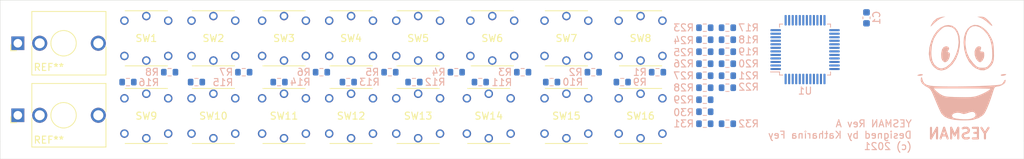
<source format=kicad_pcb>
(kicad_pcb (version 20171130) (host pcbnew 5.1.9-1)

  (general
    (thickness 1.6)
    (drawings 9)
    (tracks 0)
    (zones 0)
    (modules 53)
    (nets 94)
  )

  (page A4)
  (layers
    (0 F.Cu signal)
    (31 B.Cu signal)
    (32 B.Adhes user)
    (33 F.Adhes user)
    (34 B.Paste user)
    (35 F.Paste user)
    (36 B.SilkS user)
    (37 F.SilkS user)
    (38 B.Mask user)
    (39 F.Mask user)
    (40 Dwgs.User user)
    (41 Cmts.User user)
    (42 Eco1.User user)
    (43 Eco2.User user)
    (44 Edge.Cuts user)
    (45 Margin user)
    (46 B.CrtYd user)
    (47 F.CrtYd user)
    (48 B.Fab user hide)
    (49 F.Fab user hide)
  )

  (setup
    (last_trace_width 0.25)
    (trace_clearance 0.2)
    (zone_clearance 0.508)
    (zone_45_only no)
    (trace_min 0.2)
    (via_size 0.8)
    (via_drill 0.4)
    (via_min_size 0.4)
    (via_min_drill 0.3)
    (uvia_size 0.3)
    (uvia_drill 0.1)
    (uvias_allowed no)
    (uvia_min_size 0.2)
    (uvia_min_drill 0.1)
    (edge_width 0.05)
    (segment_width 0.2)
    (pcb_text_width 0.3)
    (pcb_text_size 1.5 1.5)
    (mod_edge_width 0.12)
    (mod_text_size 1 1)
    (mod_text_width 0.15)
    (pad_size 1.524 1.524)
    (pad_drill 0.762)
    (pad_to_mask_clearance 0)
    (aux_axis_origin 0 0)
    (visible_elements FFFFF77F)
    (pcbplotparams
      (layerselection 0x010fc_ffffffff)
      (usegerberextensions false)
      (usegerberattributes true)
      (usegerberadvancedattributes true)
      (creategerberjobfile true)
      (excludeedgelayer true)
      (linewidth 0.100000)
      (plotframeref false)
      (viasonmask false)
      (mode 1)
      (useauxorigin false)
      (hpglpennumber 1)
      (hpglpenspeed 20)
      (hpglpendiameter 15.000000)
      (psnegative false)
      (psa4output false)
      (plotreference true)
      (plotvalue true)
      (plotinvisibletext false)
      (padsonsilk false)
      (subtractmaskfromsilk false)
      (outputformat 1)
      (mirror false)
      (drillshape 1)
      (scaleselection 1)
      (outputdirectory ""))
  )

  (net 0 "")
  (net 1 VCC)
  (net 2 "Net-(R1-Pad1)")
  (net 3 GND)
  (net 4 "Net-(R2-Pad1)")
  (net 5 "Net-(R3-Pad1)")
  (net 6 "Net-(R4-Pad1)")
  (net 7 "Net-(R5-Pad1)")
  (net 8 "Net-(R6-Pad1)")
  (net 9 "Net-(R7-Pad1)")
  (net 10 "Net-(R8-Pad1)")
  (net 11 "Net-(R9-Pad1)")
  (net 12 "Net-(R10-Pad1)")
  (net 13 "Net-(R11-Pad1)")
  (net 14 "Net-(R12-Pad1)")
  (net 15 "Net-(R13-Pad1)")
  (net 16 "Net-(R14-Pad1)")
  (net 17 "Net-(R15-Pad1)")
  (net 18 "Net-(R16-Pad1)")
  (net 19 "Net-(R17-Pad1)")
  (net 20 /ST_1_LED)
  (net 21 /ST_2_LED)
  (net 22 "Net-(R18-Pad1)")
  (net 23 "Net-(R19-Pad1)")
  (net 24 /ST_3_LED)
  (net 25 /ST_4_LED)
  (net 26 "Net-(R20-Pad1)")
  (net 27 "Net-(R21-Pad1)")
  (net 28 /ST_5_LED)
  (net 29 /ST_6_LED)
  (net 30 "Net-(R22-Pad1)")
  (net 31 "Net-(R23-Pad1)")
  (net 32 /ST_7_LED)
  (net 33 /ST_8_LED)
  (net 34 "Net-(R24-Pad1)")
  (net 35 /ST_9_LED)
  (net 36 "Net-(R25-Pad2)")
  (net 37 "Net-(R26-Pad2)")
  (net 38 /ST_10_LED)
  (net 39 /ST_11_LED)
  (net 40 "Net-(R27-Pad2)")
  (net 41 "Net-(R28-Pad2)")
  (net 42 /ST_12_LED)
  (net 43 /ST_13_LED)
  (net 44 "Net-(R29-Pad2)")
  (net 45 "Net-(R30-Pad2)")
  (net 46 /ST_14_LED)
  (net 47 "Net-(R31-Pad2)")
  (net 48 /ST_15_LED)
  (net 49 "Net-(R32-Pad2)")
  (net 50 /ST_16_LED)
  (net 51 /ST_1)
  (net 52 /ST_2)
  (net 53 /ST_3)
  (net 54 /ST_4)
  (net 55 /ST_5)
  (net 56 /ST_6)
  (net 57 /ST_7)
  (net 58 /ST_8)
  (net 59 /ST_9)
  (net 60 /ST_10)
  (net 61 /ST_11)
  (net 62 /ST_12)
  (net 63 /ST_13)
  (net 64 /ST_14)
  (net 65 /ST_15)
  (net 66 /ST_16)
  (net 67 "Net-(U1-Pad1)")
  (net 68 "Net-(U1-Pad2)")
  (net 69 "Net-(U1-Pad3)")
  (net 70 "Net-(U1-Pad4)")
  (net 71 "Net-(U1-Pad5)")
  (net 72 "Net-(U1-Pad6)")
  (net 73 "Net-(U1-Pad7)")
  (net 74 "Net-(U1-Pad8)")
  (net 75 "Net-(U1-Pad9)")
  (net 76 "Net-(U1-Pad10)")
  (net 77 "Net-(U1-Pad11)")
  (net 78 "Net-(U1-Pad12)")
  (net 79 "Net-(U1-Pad13)")
  (net 80 "Net-(U1-Pad14)")
  (net 81 "Net-(U1-Pad15)")
  (net 82 "Net-(U1-Pad16)")
  (net 83 "Net-(U1-Pad17)")
  (net 84 "Net-(U1-Pad21)")
  (net 85 "Net-(U1-Pad22)")
  (net 86 "Net-(U1-Pad23)")
  (net 87 "Net-(U1-Pad25)")
  (net 88 "Net-(U1-Pad26)")
  (net 89 "Net-(U1-Pad27)")
  (net 90 "Net-(U1-Pad28)")
  (net 91 "Net-(U1-Pad44)")
  (net 92 "Net-(U1-Pad45)")
  (net 93 "Net-(U1-Pad46)")

  (net_class Default "This is the default net class."
    (clearance 0.2)
    (trace_width 0.25)
    (via_dia 0.8)
    (via_drill 0.4)
    (uvia_dia 0.3)
    (uvia_drill 0.1)
    (add_net /ST_1)
    (add_net /ST_10)
    (add_net /ST_10_LED)
    (add_net /ST_11)
    (add_net /ST_11_LED)
    (add_net /ST_12)
    (add_net /ST_12_LED)
    (add_net /ST_13)
    (add_net /ST_13_LED)
    (add_net /ST_14)
    (add_net /ST_14_LED)
    (add_net /ST_15)
    (add_net /ST_15_LED)
    (add_net /ST_16)
    (add_net /ST_16_LED)
    (add_net /ST_1_LED)
    (add_net /ST_2)
    (add_net /ST_2_LED)
    (add_net /ST_3)
    (add_net /ST_3_LED)
    (add_net /ST_4)
    (add_net /ST_4_LED)
    (add_net /ST_5)
    (add_net /ST_5_LED)
    (add_net /ST_6)
    (add_net /ST_6_LED)
    (add_net /ST_7)
    (add_net /ST_7_LED)
    (add_net /ST_8)
    (add_net /ST_8_LED)
    (add_net /ST_9)
    (add_net /ST_9_LED)
    (add_net GND)
    (add_net "Net-(R1-Pad1)")
    (add_net "Net-(R10-Pad1)")
    (add_net "Net-(R11-Pad1)")
    (add_net "Net-(R12-Pad1)")
    (add_net "Net-(R13-Pad1)")
    (add_net "Net-(R14-Pad1)")
    (add_net "Net-(R15-Pad1)")
    (add_net "Net-(R16-Pad1)")
    (add_net "Net-(R17-Pad1)")
    (add_net "Net-(R18-Pad1)")
    (add_net "Net-(R19-Pad1)")
    (add_net "Net-(R2-Pad1)")
    (add_net "Net-(R20-Pad1)")
    (add_net "Net-(R21-Pad1)")
    (add_net "Net-(R22-Pad1)")
    (add_net "Net-(R23-Pad1)")
    (add_net "Net-(R24-Pad1)")
    (add_net "Net-(R25-Pad2)")
    (add_net "Net-(R26-Pad2)")
    (add_net "Net-(R27-Pad2)")
    (add_net "Net-(R28-Pad2)")
    (add_net "Net-(R29-Pad2)")
    (add_net "Net-(R3-Pad1)")
    (add_net "Net-(R30-Pad2)")
    (add_net "Net-(R31-Pad2)")
    (add_net "Net-(R32-Pad2)")
    (add_net "Net-(R4-Pad1)")
    (add_net "Net-(R5-Pad1)")
    (add_net "Net-(R6-Pad1)")
    (add_net "Net-(R7-Pad1)")
    (add_net "Net-(R8-Pad1)")
    (add_net "Net-(R9-Pad1)")
    (add_net "Net-(U1-Pad1)")
    (add_net "Net-(U1-Pad10)")
    (add_net "Net-(U1-Pad11)")
    (add_net "Net-(U1-Pad12)")
    (add_net "Net-(U1-Pad13)")
    (add_net "Net-(U1-Pad14)")
    (add_net "Net-(U1-Pad15)")
    (add_net "Net-(U1-Pad16)")
    (add_net "Net-(U1-Pad17)")
    (add_net "Net-(U1-Pad2)")
    (add_net "Net-(U1-Pad21)")
    (add_net "Net-(U1-Pad22)")
    (add_net "Net-(U1-Pad23)")
    (add_net "Net-(U1-Pad25)")
    (add_net "Net-(U1-Pad26)")
    (add_net "Net-(U1-Pad27)")
    (add_net "Net-(U1-Pad28)")
    (add_net "Net-(U1-Pad3)")
    (add_net "Net-(U1-Pad4)")
    (add_net "Net-(U1-Pad44)")
    (add_net "Net-(U1-Pad45)")
    (add_net "Net-(U1-Pad46)")
    (add_net "Net-(U1-Pad5)")
    (add_net "Net-(U1-Pad6)")
    (add_net "Net-(U1-Pad7)")
    (add_net "Net-(U1-Pad8)")
    (add_net "Net-(U1-Pad9)")
    (add_net VCC)
  )

  (module Connector_Audio:Jack_3.5mm_QingPu_WQP-PJ398SM_Vertical_CircularHoles (layer F.Cu) (tedit 5C2B6BB2) (tstamp 6058C3B1)
    (at 62.5 76.3 90)
    (descr "TRS 3.5mm, vertical, Thonkiconn, PCB mount, (http://www.qingpu-electronics.com/en/products/WQP-PJ398SM-362.html)")
    (tags "WQP-PJ398SM WQP-PJ301M-12 TRS 3.5mm mono vertical jack thonkiconn qingpu")
    (fp_text reference REF** (at -3.5 4.4) (layer F.SilkS)
      (effects (font (size 1 1) (thickness 0.15)))
    )
    (fp_text value Jack_3.5mm_QingPu_WQP-PJ398SM_Vertical_CircularHoles (at 0 5 270) (layer F.Fab)
      (effects (font (size 1 1) (thickness 0.15)))
    )
    (fp_line (start 0 0) (end 0 2.03) (layer F.Fab) (width 0.1))
    (fp_circle (center 0 6.48) (end 1.8 6.48) (layer F.Fab) (width 0.1))
    (fp_line (start 4.5 2.03) (end -4.5 2.03) (layer F.Fab) (width 0.1))
    (fp_line (start 5 -1.42) (end -5 -1.42) (layer F.CrtYd) (width 0.05))
    (fp_line (start 5 12.98) (end -5 12.98) (layer F.CrtYd) (width 0.05))
    (fp_line (start 5 12.98) (end 5 -1.42) (layer F.CrtYd) (width 0.05))
    (fp_line (start 4.5 12.48) (end -4.5 12.48) (layer F.Fab) (width 0.1))
    (fp_line (start 4.5 12.48) (end 4.5 2.08) (layer F.Fab) (width 0.1))
    (fp_line (start -1.06 -1) (end -0.2 -1) (layer F.SilkS) (width 0.12))
    (fp_line (start -1.06 -1) (end -1.06 -0.2) (layer F.SilkS) (width 0.12))
    (fp_circle (center 0 6.48) (end 1.8 6.48) (layer F.SilkS) (width 0.12))
    (fp_line (start -0.35 1.98) (end -4.5 1.98) (layer F.SilkS) (width 0.12))
    (fp_line (start 4.5 1.98) (end 0.35 1.98) (layer F.SilkS) (width 0.12))
    (fp_line (start -0.5 12.48) (end -4.5 12.48) (layer F.SilkS) (width 0.12))
    (fp_line (start 4.5 12.48) (end 0.5 12.48) (layer F.SilkS) (width 0.12))
    (fp_line (start -1.41 6.02) (end -0.46 5.07) (layer Dwgs.User) (width 0.12))
    (fp_line (start -1.42 6.875) (end 0.4 5.06) (layer Dwgs.User) (width 0.12))
    (fp_line (start -1.07 7.49) (end 1.01 5.41) (layer Dwgs.User) (width 0.12))
    (fp_line (start -0.58 7.83) (end 1.36 5.89) (layer Dwgs.User) (width 0.12))
    (fp_line (start 0.09 7.96) (end 1.48 6.57) (layer Dwgs.User) (width 0.12))
    (fp_circle (center 0 6.48) (end 1.5 6.48) (layer Dwgs.User) (width 0.12))
    (fp_line (start 4.5 1.98) (end 4.5 12.48) (layer F.SilkS) (width 0.12))
    (fp_line (start -4.5 1.98) (end -4.5 12.48) (layer F.SilkS) (width 0.12))
    (fp_line (start -4.5 12.48) (end -4.5 2.08) (layer F.Fab) (width 0.1))
    (fp_line (start -5 12.98) (end -5 -1.42) (layer F.CrtYd) (width 0.05))
    (fp_text user KEEPOUT (at 0 6.48 90) (layer Cmts.User)
      (effects (font (size 0.4 0.4) (thickness 0.051)))
    )
    (fp_text user %R (at 0 8 270) (layer F.Fab)
      (effects (font (size 1 1) (thickness 0.15)))
    )
    (pad TN thru_hole circle (at 0 3.1 270) (size 2.13 2.13) (drill 1.42) (layers *.Cu *.Mask))
    (pad S thru_hole rect (at 0 0 270) (size 1.93 1.83) (drill 1.22) (layers *.Cu *.Mask))
    (pad T thru_hole circle (at 0 11.4 270) (size 2.13 2.13) (drill 1.43) (layers *.Cu *.Mask))
    (model ${KISYS3DMOD}/Connector_Audio.3dshapes/Jack_3.5mm_QingPu_WQP-PJ398SM_Vertical.wrl
      (at (xyz 0 0 0))
      (scale (xyz 1 1 1))
      (rotate (xyz 0 0 0))
    )
  )

  (module Connector_Audio:Jack_3.5mm_QingPu_WQP-PJ398SM_Vertical_CircularHoles (layer F.Cu) (tedit 5C2B6BB2) (tstamp 6058C32B)
    (at 62.5 66.1 90)
    (descr "TRS 3.5mm, vertical, Thonkiconn, PCB mount, (http://www.qingpu-electronics.com/en/products/WQP-PJ398SM-362.html)")
    (tags "WQP-PJ398SM WQP-PJ301M-12 TRS 3.5mm mono vertical jack thonkiconn qingpu")
    (fp_text reference REF** (at -3.4 4.4) (layer F.SilkS)
      (effects (font (size 1 1) (thickness 0.15)))
    )
    (fp_text value Jack_3.5mm_QingPu_WQP-PJ398SM_Vertical_CircularHoles (at 0 5 270) (layer F.Fab)
      (effects (font (size 1 1) (thickness 0.15)))
    )
    (fp_line (start 0 0) (end 0 2.03) (layer F.Fab) (width 0.1))
    (fp_circle (center 0 6.48) (end 1.8 6.48) (layer F.Fab) (width 0.1))
    (fp_line (start 4.5 2.03) (end -4.5 2.03) (layer F.Fab) (width 0.1))
    (fp_line (start 5 -1.42) (end -5 -1.42) (layer F.CrtYd) (width 0.05))
    (fp_line (start 5 12.98) (end -5 12.98) (layer F.CrtYd) (width 0.05))
    (fp_line (start 5 12.98) (end 5 -1.42) (layer F.CrtYd) (width 0.05))
    (fp_line (start 4.5 12.48) (end -4.5 12.48) (layer F.Fab) (width 0.1))
    (fp_line (start 4.5 12.48) (end 4.5 2.08) (layer F.Fab) (width 0.1))
    (fp_line (start -1.06 -1) (end -0.2 -1) (layer F.SilkS) (width 0.12))
    (fp_line (start -1.06 -1) (end -1.06 -0.2) (layer F.SilkS) (width 0.12))
    (fp_circle (center 0 6.48) (end 1.8 6.48) (layer F.SilkS) (width 0.12))
    (fp_line (start -0.35 1.98) (end -4.5 1.98) (layer F.SilkS) (width 0.12))
    (fp_line (start 4.5 1.98) (end 0.35 1.98) (layer F.SilkS) (width 0.12))
    (fp_line (start -0.5 12.48) (end -4.5 12.48) (layer F.SilkS) (width 0.12))
    (fp_line (start 4.5 12.48) (end 0.5 12.48) (layer F.SilkS) (width 0.12))
    (fp_line (start -1.41 6.02) (end -0.46 5.07) (layer Dwgs.User) (width 0.12))
    (fp_line (start -1.42 6.875) (end 0.4 5.06) (layer Dwgs.User) (width 0.12))
    (fp_line (start -1.07 7.49) (end 1.01 5.41) (layer Dwgs.User) (width 0.12))
    (fp_line (start -0.58 7.83) (end 1.36 5.89) (layer Dwgs.User) (width 0.12))
    (fp_line (start 0.09 7.96) (end 1.48 6.57) (layer Dwgs.User) (width 0.12))
    (fp_circle (center 0 6.48) (end 1.5 6.48) (layer Dwgs.User) (width 0.12))
    (fp_line (start 4.5 1.98) (end 4.5 12.48) (layer F.SilkS) (width 0.12))
    (fp_line (start -4.5 1.98) (end -4.5 12.48) (layer F.SilkS) (width 0.12))
    (fp_line (start -4.5 12.48) (end -4.5 2.08) (layer F.Fab) (width 0.1))
    (fp_line (start -5 12.98) (end -5 -1.42) (layer F.CrtYd) (width 0.05))
    (fp_text user %R (at 0 8 270) (layer F.Fab)
      (effects (font (size 1 1) (thickness 0.15)))
    )
    (fp_text user KEEPOUT (at 0 6.48 90) (layer Cmts.User)
      (effects (font (size 0.4 0.4) (thickness 0.051)))
    )
    (pad T thru_hole circle (at 0 11.4 270) (size 2.13 2.13) (drill 1.43) (layers *.Cu *.Mask))
    (pad S thru_hole rect (at 0 0 270) (size 1.93 1.83) (drill 1.22) (layers *.Cu *.Mask))
    (pad TN thru_hole circle (at 0 3.1 270) (size 2.13 2.13) (drill 1.42) (layers *.Cu *.Mask))
    (model ${KISYS3DMOD}/Connector_Audio.3dshapes/Jack_3.5mm_QingPu_WQP-PJ398SM_Vertical.wrl
      (at (xyz 0 0 0))
      (scale (xyz 1 1 1))
      (rotate (xyz 0 0 0))
    )
  )

  (module Capacitor_SMD:C_0603_1608Metric (layer B.Cu) (tedit 5F68FEEE) (tstamp 605630B2)
    (at 182.7 62.5 90)
    (descr "Capacitor SMD 0603 (1608 Metric), square (rectangular) end terminal, IPC_7351 nominal, (Body size source: IPC-SM-782 page 76, https://www.pcb-3d.com/wordpress/wp-content/uploads/ipc-sm-782a_amendment_1_and_2.pdf), generated with kicad-footprint-generator")
    (tags capacitor)
    (path /60601D72)
    (attr smd)
    (fp_text reference C1 (at 0 1.43 270) (layer B.SilkS)
      (effects (font (size 1 1) (thickness 0.15)) (justify mirror))
    )
    (fp_text value C (at 0 -1.43 270) (layer B.Fab)
      (effects (font (size 1 1) (thickness 0.15)) (justify mirror))
    )
    (fp_line (start 1.48 -0.73) (end -1.48 -0.73) (layer B.CrtYd) (width 0.05))
    (fp_line (start 1.48 0.73) (end 1.48 -0.73) (layer B.CrtYd) (width 0.05))
    (fp_line (start -1.48 0.73) (end 1.48 0.73) (layer B.CrtYd) (width 0.05))
    (fp_line (start -1.48 -0.73) (end -1.48 0.73) (layer B.CrtYd) (width 0.05))
    (fp_line (start -0.14058 -0.51) (end 0.14058 -0.51) (layer B.SilkS) (width 0.12))
    (fp_line (start -0.14058 0.51) (end 0.14058 0.51) (layer B.SilkS) (width 0.12))
    (fp_line (start 0.8 -0.4) (end -0.8 -0.4) (layer B.Fab) (width 0.1))
    (fp_line (start 0.8 0.4) (end 0.8 -0.4) (layer B.Fab) (width 0.1))
    (fp_line (start -0.8 0.4) (end 0.8 0.4) (layer B.Fab) (width 0.1))
    (fp_line (start -0.8 -0.4) (end -0.8 0.4) (layer B.Fab) (width 0.1))
    (fp_text user %R (at 0 0 270) (layer B.Fab)
      (effects (font (size 0.4 0.4) (thickness 0.06)) (justify mirror))
    )
    (pad 2 smd roundrect (at 0.775 0 90) (size 0.9 0.95) (layers B.Cu B.Paste B.Mask) (roundrect_rratio 0.25)
      (net 1 VCC))
    (pad 1 smd roundrect (at -0.775 0 90) (size 0.9 0.95) (layers B.Cu B.Paste B.Mask) (roundrect_rratio 0.25)
      (net 1 VCC))
    (model ${KISYS3DMOD}/Capacitor_SMD.3dshapes/C_0603_1608Metric.wrl
      (at (xyz 0 0 0))
      (scale (xyz 1 1 1))
      (rotate (xyz 0 0 0))
    )
  )

  (module Resistor_SMD:R_0603_1608Metric (layer B.Cu) (tedit 5F68FEEE) (tstamp 605630C3)
    (at 153.1 70.2)
    (descr "Resistor SMD 0603 (1608 Metric), square (rectangular) end terminal, IPC_7351 nominal, (Body size source: IPC-SM-782 page 72, https://www.pcb-3d.com/wordpress/wp-content/uploads/ipc-sm-782a_amendment_1_and_2.pdf), generated with kicad-footprint-generator")
    (tags resistor)
    (path /6058C74D)
    (attr smd)
    (fp_text reference R1 (at -2.5 0) (layer B.SilkS)
      (effects (font (size 1 1) (thickness 0.15)) (justify mirror))
    )
    (fp_text value R (at 0 -1.43) (layer B.Fab)
      (effects (font (size 1 1) (thickness 0.15)) (justify mirror))
    )
    (fp_line (start 1.48 -0.73) (end -1.48 -0.73) (layer B.CrtYd) (width 0.05))
    (fp_line (start 1.48 0.73) (end 1.48 -0.73) (layer B.CrtYd) (width 0.05))
    (fp_line (start -1.48 0.73) (end 1.48 0.73) (layer B.CrtYd) (width 0.05))
    (fp_line (start -1.48 -0.73) (end -1.48 0.73) (layer B.CrtYd) (width 0.05))
    (fp_line (start -0.237258 -0.5225) (end 0.237258 -0.5225) (layer B.SilkS) (width 0.12))
    (fp_line (start -0.237258 0.5225) (end 0.237258 0.5225) (layer B.SilkS) (width 0.12))
    (fp_line (start 0.8 -0.4125) (end -0.8 -0.4125) (layer B.Fab) (width 0.1))
    (fp_line (start 0.8 0.4125) (end 0.8 -0.4125) (layer B.Fab) (width 0.1))
    (fp_line (start -0.8 0.4125) (end 0.8 0.4125) (layer B.Fab) (width 0.1))
    (fp_line (start -0.8 -0.4125) (end -0.8 0.4125) (layer B.Fab) (width 0.1))
    (fp_text user %R (at 0 0) (layer B.Fab)
      (effects (font (size 0.4 0.4) (thickness 0.06)) (justify mirror))
    )
    (pad 2 smd roundrect (at 0.825 0) (size 0.8 0.95) (layers B.Cu B.Paste B.Mask) (roundrect_rratio 0.25)
      (net 3 GND))
    (pad 1 smd roundrect (at -0.825 0) (size 0.8 0.95) (layers B.Cu B.Paste B.Mask) (roundrect_rratio 0.25)
      (net 2 "Net-(R1-Pad1)"))
    (model ${KISYS3DMOD}/Resistor_SMD.3dshapes/R_0603_1608Metric.wrl
      (at (xyz 0 0 0))
      (scale (xyz 1 1 1))
      (rotate (xyz 0 0 0))
    )
  )

  (module Resistor_SMD:R_0603_1608Metric (layer B.Cu) (tedit 5F68FEEE) (tstamp 605630D4)
    (at 144 70.2 180)
    (descr "Resistor SMD 0603 (1608 Metric), square (rectangular) end terminal, IPC_7351 nominal, (Body size source: IPC-SM-782 page 72, https://www.pcb-3d.com/wordpress/wp-content/uploads/ipc-sm-782a_amendment_1_and_2.pdf), generated with kicad-footprint-generator")
    (tags resistor)
    (path /605925D1)
    (attr smd)
    (fp_text reference R2 (at 2.5 0) (layer B.SilkS)
      (effects (font (size 1 1) (thickness 0.15)) (justify mirror))
    )
    (fp_text value R (at 0 -1.43) (layer B.Fab)
      (effects (font (size 1 1) (thickness 0.15)) (justify mirror))
    )
    (fp_line (start 1.48 -0.73) (end -1.48 -0.73) (layer B.CrtYd) (width 0.05))
    (fp_line (start 1.48 0.73) (end 1.48 -0.73) (layer B.CrtYd) (width 0.05))
    (fp_line (start -1.48 0.73) (end 1.48 0.73) (layer B.CrtYd) (width 0.05))
    (fp_line (start -1.48 -0.73) (end -1.48 0.73) (layer B.CrtYd) (width 0.05))
    (fp_line (start -0.237258 -0.5225) (end 0.237258 -0.5225) (layer B.SilkS) (width 0.12))
    (fp_line (start -0.237258 0.5225) (end 0.237258 0.5225) (layer B.SilkS) (width 0.12))
    (fp_line (start 0.8 -0.4125) (end -0.8 -0.4125) (layer B.Fab) (width 0.1))
    (fp_line (start 0.8 0.4125) (end 0.8 -0.4125) (layer B.Fab) (width 0.1))
    (fp_line (start -0.8 0.4125) (end 0.8 0.4125) (layer B.Fab) (width 0.1))
    (fp_line (start -0.8 -0.4125) (end -0.8 0.4125) (layer B.Fab) (width 0.1))
    (fp_text user %R (at 0 0) (layer B.Fab)
      (effects (font (size 0.4 0.4) (thickness 0.06)) (justify mirror))
    )
    (pad 2 smd roundrect (at 0.825 0 180) (size 0.8 0.95) (layers B.Cu B.Paste B.Mask) (roundrect_rratio 0.25)
      (net 3 GND))
    (pad 1 smd roundrect (at -0.825 0 180) (size 0.8 0.95) (layers B.Cu B.Paste B.Mask) (roundrect_rratio 0.25)
      (net 4 "Net-(R2-Pad1)"))
    (model ${KISYS3DMOD}/Resistor_SMD.3dshapes/R_0603_1608Metric.wrl
      (at (xyz 0 0 0))
      (scale (xyz 1 1 1))
      (rotate (xyz 0 0 0))
    )
  )

  (module Resistor_SMD:R_0603_1608Metric (layer B.Cu) (tedit 5F68FEEE) (tstamp 605630E5)
    (at 134 70.2 180)
    (descr "Resistor SMD 0603 (1608 Metric), square (rectangular) end terminal, IPC_7351 nominal, (Body size source: IPC-SM-782 page 72, https://www.pcb-3d.com/wordpress/wp-content/uploads/ipc-sm-782a_amendment_1_and_2.pdf), generated with kicad-footprint-generator")
    (tags resistor)
    (path /60593F78)
    (attr smd)
    (fp_text reference R3 (at 2.5 0) (layer B.SilkS)
      (effects (font (size 1 1) (thickness 0.15)) (justify mirror))
    )
    (fp_text value R (at 0 -1.43) (layer B.Fab)
      (effects (font (size 1 1) (thickness 0.15)) (justify mirror))
    )
    (fp_line (start 1.48 -0.73) (end -1.48 -0.73) (layer B.CrtYd) (width 0.05))
    (fp_line (start 1.48 0.73) (end 1.48 -0.73) (layer B.CrtYd) (width 0.05))
    (fp_line (start -1.48 0.73) (end 1.48 0.73) (layer B.CrtYd) (width 0.05))
    (fp_line (start -1.48 -0.73) (end -1.48 0.73) (layer B.CrtYd) (width 0.05))
    (fp_line (start -0.237258 -0.5225) (end 0.237258 -0.5225) (layer B.SilkS) (width 0.12))
    (fp_line (start -0.237258 0.5225) (end 0.237258 0.5225) (layer B.SilkS) (width 0.12))
    (fp_line (start 0.8 -0.4125) (end -0.8 -0.4125) (layer B.Fab) (width 0.1))
    (fp_line (start 0.8 0.4125) (end 0.8 -0.4125) (layer B.Fab) (width 0.1))
    (fp_line (start -0.8 0.4125) (end 0.8 0.4125) (layer B.Fab) (width 0.1))
    (fp_line (start -0.8 -0.4125) (end -0.8 0.4125) (layer B.Fab) (width 0.1))
    (fp_text user %R (at 0 0) (layer B.Fab)
      (effects (font (size 0.4 0.4) (thickness 0.06)) (justify mirror))
    )
    (pad 2 smd roundrect (at 0.825 0 180) (size 0.8 0.95) (layers B.Cu B.Paste B.Mask) (roundrect_rratio 0.25)
      (net 3 GND))
    (pad 1 smd roundrect (at -0.825 0 180) (size 0.8 0.95) (layers B.Cu B.Paste B.Mask) (roundrect_rratio 0.25)
      (net 5 "Net-(R3-Pad1)"))
    (model ${KISYS3DMOD}/Resistor_SMD.3dshapes/R_0603_1608Metric.wrl
      (at (xyz 0 0 0))
      (scale (xyz 1 1 1))
      (rotate (xyz 0 0 0))
    )
  )

  (module Resistor_SMD:R_0603_1608Metric (layer B.Cu) (tedit 5F68FEEE) (tstamp 605630F6)
    (at 124.6 70.2 180)
    (descr "Resistor SMD 0603 (1608 Metric), square (rectangular) end terminal, IPC_7351 nominal, (Body size source: IPC-SM-782 page 72, https://www.pcb-3d.com/wordpress/wp-content/uploads/ipc-sm-782a_amendment_1_and_2.pdf), generated with kicad-footprint-generator")
    (tags resistor)
    (path /60593FA0)
    (attr smd)
    (fp_text reference R4 (at 2.5 0) (layer B.SilkS)
      (effects (font (size 1 1) (thickness 0.15)) (justify mirror))
    )
    (fp_text value R (at 0 -1.43) (layer B.Fab)
      (effects (font (size 1 1) (thickness 0.15)) (justify mirror))
    )
    (fp_line (start 1.48 -0.73) (end -1.48 -0.73) (layer B.CrtYd) (width 0.05))
    (fp_line (start 1.48 0.73) (end 1.48 -0.73) (layer B.CrtYd) (width 0.05))
    (fp_line (start -1.48 0.73) (end 1.48 0.73) (layer B.CrtYd) (width 0.05))
    (fp_line (start -1.48 -0.73) (end -1.48 0.73) (layer B.CrtYd) (width 0.05))
    (fp_line (start -0.237258 -0.5225) (end 0.237258 -0.5225) (layer B.SilkS) (width 0.12))
    (fp_line (start -0.237258 0.5225) (end 0.237258 0.5225) (layer B.SilkS) (width 0.12))
    (fp_line (start 0.8 -0.4125) (end -0.8 -0.4125) (layer B.Fab) (width 0.1))
    (fp_line (start 0.8 0.4125) (end 0.8 -0.4125) (layer B.Fab) (width 0.1))
    (fp_line (start -0.8 0.4125) (end 0.8 0.4125) (layer B.Fab) (width 0.1))
    (fp_line (start -0.8 -0.4125) (end -0.8 0.4125) (layer B.Fab) (width 0.1))
    (fp_text user %R (at 0 0) (layer B.Fab)
      (effects (font (size 0.4 0.4) (thickness 0.06)) (justify mirror))
    )
    (pad 2 smd roundrect (at 0.825 0 180) (size 0.8 0.95) (layers B.Cu B.Paste B.Mask) (roundrect_rratio 0.25)
      (net 3 GND))
    (pad 1 smd roundrect (at -0.825 0 180) (size 0.8 0.95) (layers B.Cu B.Paste B.Mask) (roundrect_rratio 0.25)
      (net 6 "Net-(R4-Pad1)"))
    (model ${KISYS3DMOD}/Resistor_SMD.3dshapes/R_0603_1608Metric.wrl
      (at (xyz 0 0 0))
      (scale (xyz 1 1 1))
      (rotate (xyz 0 0 0))
    )
  )

  (module Resistor_SMD:R_0603_1608Metric (layer B.Cu) (tedit 5F68FEEE) (tstamp 60563107)
    (at 115.2 70.2 180)
    (descr "Resistor SMD 0603 (1608 Metric), square (rectangular) end terminal, IPC_7351 nominal, (Body size source: IPC-SM-782 page 72, https://www.pcb-3d.com/wordpress/wp-content/uploads/ipc-sm-782a_amendment_1_and_2.pdf), generated with kicad-footprint-generator")
    (tags resistor)
    (path /60596BD6)
    (attr smd)
    (fp_text reference R5 (at 2.5 0) (layer B.SilkS)
      (effects (font (size 1 1) (thickness 0.15)) (justify mirror))
    )
    (fp_text value R (at 0 -1.43) (layer B.Fab)
      (effects (font (size 1 1) (thickness 0.15)) (justify mirror))
    )
    (fp_line (start 1.48 -0.73) (end -1.48 -0.73) (layer B.CrtYd) (width 0.05))
    (fp_line (start 1.48 0.73) (end 1.48 -0.73) (layer B.CrtYd) (width 0.05))
    (fp_line (start -1.48 0.73) (end 1.48 0.73) (layer B.CrtYd) (width 0.05))
    (fp_line (start -1.48 -0.73) (end -1.48 0.73) (layer B.CrtYd) (width 0.05))
    (fp_line (start -0.237258 -0.5225) (end 0.237258 -0.5225) (layer B.SilkS) (width 0.12))
    (fp_line (start -0.237258 0.5225) (end 0.237258 0.5225) (layer B.SilkS) (width 0.12))
    (fp_line (start 0.8 -0.4125) (end -0.8 -0.4125) (layer B.Fab) (width 0.1))
    (fp_line (start 0.8 0.4125) (end 0.8 -0.4125) (layer B.Fab) (width 0.1))
    (fp_line (start -0.8 0.4125) (end 0.8 0.4125) (layer B.Fab) (width 0.1))
    (fp_line (start -0.8 -0.4125) (end -0.8 0.4125) (layer B.Fab) (width 0.1))
    (fp_text user %R (at 0 0) (layer B.Fab)
      (effects (font (size 0.4 0.4) (thickness 0.06)) (justify mirror))
    )
    (pad 2 smd roundrect (at 0.825 0 180) (size 0.8 0.95) (layers B.Cu B.Paste B.Mask) (roundrect_rratio 0.25)
      (net 3 GND))
    (pad 1 smd roundrect (at -0.825 0 180) (size 0.8 0.95) (layers B.Cu B.Paste B.Mask) (roundrect_rratio 0.25)
      (net 7 "Net-(R5-Pad1)"))
    (model ${KISYS3DMOD}/Resistor_SMD.3dshapes/R_0603_1608Metric.wrl
      (at (xyz 0 0 0))
      (scale (xyz 1 1 1))
      (rotate (xyz 0 0 0))
    )
  )

  (module Resistor_SMD:R_0603_1608Metric (layer B.Cu) (tedit 5F68FEEE) (tstamp 60563118)
    (at 105.5 70.2 180)
    (descr "Resistor SMD 0603 (1608 Metric), square (rectangular) end terminal, IPC_7351 nominal, (Body size source: IPC-SM-782 page 72, https://www.pcb-3d.com/wordpress/wp-content/uploads/ipc-sm-782a_amendment_1_and_2.pdf), generated with kicad-footprint-generator")
    (tags resistor)
    (path /60596BFE)
    (attr smd)
    (fp_text reference R6 (at 2.5 0) (layer B.SilkS)
      (effects (font (size 1 1) (thickness 0.15)) (justify mirror))
    )
    (fp_text value R (at 0 -1.43) (layer B.Fab)
      (effects (font (size 1 1) (thickness 0.15)) (justify mirror))
    )
    (fp_line (start 1.48 -0.73) (end -1.48 -0.73) (layer B.CrtYd) (width 0.05))
    (fp_line (start 1.48 0.73) (end 1.48 -0.73) (layer B.CrtYd) (width 0.05))
    (fp_line (start -1.48 0.73) (end 1.48 0.73) (layer B.CrtYd) (width 0.05))
    (fp_line (start -1.48 -0.73) (end -1.48 0.73) (layer B.CrtYd) (width 0.05))
    (fp_line (start -0.237258 -0.5225) (end 0.237258 -0.5225) (layer B.SilkS) (width 0.12))
    (fp_line (start -0.237258 0.5225) (end 0.237258 0.5225) (layer B.SilkS) (width 0.12))
    (fp_line (start 0.8 -0.4125) (end -0.8 -0.4125) (layer B.Fab) (width 0.1))
    (fp_line (start 0.8 0.4125) (end 0.8 -0.4125) (layer B.Fab) (width 0.1))
    (fp_line (start -0.8 0.4125) (end 0.8 0.4125) (layer B.Fab) (width 0.1))
    (fp_line (start -0.8 -0.4125) (end -0.8 0.4125) (layer B.Fab) (width 0.1))
    (fp_text user %R (at 0 0) (layer B.Fab)
      (effects (font (size 0.4 0.4) (thickness 0.06)) (justify mirror))
    )
    (pad 2 smd roundrect (at 0.825 0 180) (size 0.8 0.95) (layers B.Cu B.Paste B.Mask) (roundrect_rratio 0.25)
      (net 3 GND))
    (pad 1 smd roundrect (at -0.825 0 180) (size 0.8 0.95) (layers B.Cu B.Paste B.Mask) (roundrect_rratio 0.25)
      (net 8 "Net-(R6-Pad1)"))
    (model ${KISYS3DMOD}/Resistor_SMD.3dshapes/R_0603_1608Metric.wrl
      (at (xyz 0 0 0))
      (scale (xyz 1 1 1))
      (rotate (xyz 0 0 0))
    )
  )

  (module Resistor_SMD:R_0603_1608Metric (layer B.Cu) (tedit 5F68FEEE) (tstamp 60563129)
    (at 94.5 70.2 180)
    (descr "Resistor SMD 0603 (1608 Metric), square (rectangular) end terminal, IPC_7351 nominal, (Body size source: IPC-SM-782 page 72, https://www.pcb-3d.com/wordpress/wp-content/uploads/ipc-sm-782a_amendment_1_and_2.pdf), generated with kicad-footprint-generator")
    (tags resistor)
    (path /60596C26)
    (attr smd)
    (fp_text reference R7 (at 2.5 0) (layer B.SilkS)
      (effects (font (size 1 1) (thickness 0.15)) (justify mirror))
    )
    (fp_text value R (at 0 -1.43) (layer B.Fab)
      (effects (font (size 1 1) (thickness 0.15)) (justify mirror))
    )
    (fp_line (start 1.48 -0.73) (end -1.48 -0.73) (layer B.CrtYd) (width 0.05))
    (fp_line (start 1.48 0.73) (end 1.48 -0.73) (layer B.CrtYd) (width 0.05))
    (fp_line (start -1.48 0.73) (end 1.48 0.73) (layer B.CrtYd) (width 0.05))
    (fp_line (start -1.48 -0.73) (end -1.48 0.73) (layer B.CrtYd) (width 0.05))
    (fp_line (start -0.237258 -0.5225) (end 0.237258 -0.5225) (layer B.SilkS) (width 0.12))
    (fp_line (start -0.237258 0.5225) (end 0.237258 0.5225) (layer B.SilkS) (width 0.12))
    (fp_line (start 0.8 -0.4125) (end -0.8 -0.4125) (layer B.Fab) (width 0.1))
    (fp_line (start 0.8 0.4125) (end 0.8 -0.4125) (layer B.Fab) (width 0.1))
    (fp_line (start -0.8 0.4125) (end 0.8 0.4125) (layer B.Fab) (width 0.1))
    (fp_line (start -0.8 -0.4125) (end -0.8 0.4125) (layer B.Fab) (width 0.1))
    (fp_text user %R (at 0 0) (layer B.Fab)
      (effects (font (size 0.4 0.4) (thickness 0.06)) (justify mirror))
    )
    (pad 2 smd roundrect (at 0.825 0 180) (size 0.8 0.95) (layers B.Cu B.Paste B.Mask) (roundrect_rratio 0.25)
      (net 3 GND))
    (pad 1 smd roundrect (at -0.825 0 180) (size 0.8 0.95) (layers B.Cu B.Paste B.Mask) (roundrect_rratio 0.25)
      (net 9 "Net-(R7-Pad1)"))
    (model ${KISYS3DMOD}/Resistor_SMD.3dshapes/R_0603_1608Metric.wrl
      (at (xyz 0 0 0))
      (scale (xyz 1 1 1))
      (rotate (xyz 0 0 0))
    )
  )

  (module Resistor_SMD:R_0603_1608Metric (layer B.Cu) (tedit 5F68FEEE) (tstamp 6056313A)
    (at 84 70.2 180)
    (descr "Resistor SMD 0603 (1608 Metric), square (rectangular) end terminal, IPC_7351 nominal, (Body size source: IPC-SM-782 page 72, https://www.pcb-3d.com/wordpress/wp-content/uploads/ipc-sm-782a_amendment_1_and_2.pdf), generated with kicad-footprint-generator")
    (tags resistor)
    (path /60596C4E)
    (attr smd)
    (fp_text reference R8 (at 2.5 0) (layer B.SilkS)
      (effects (font (size 1 1) (thickness 0.15)) (justify mirror))
    )
    (fp_text value R (at 0 -1.43) (layer B.Fab)
      (effects (font (size 1 1) (thickness 0.15)) (justify mirror))
    )
    (fp_line (start 1.48 -0.73) (end -1.48 -0.73) (layer B.CrtYd) (width 0.05))
    (fp_line (start 1.48 0.73) (end 1.48 -0.73) (layer B.CrtYd) (width 0.05))
    (fp_line (start -1.48 0.73) (end 1.48 0.73) (layer B.CrtYd) (width 0.05))
    (fp_line (start -1.48 -0.73) (end -1.48 0.73) (layer B.CrtYd) (width 0.05))
    (fp_line (start -0.237258 -0.5225) (end 0.237258 -0.5225) (layer B.SilkS) (width 0.12))
    (fp_line (start -0.237258 0.5225) (end 0.237258 0.5225) (layer B.SilkS) (width 0.12))
    (fp_line (start 0.8 -0.4125) (end -0.8 -0.4125) (layer B.Fab) (width 0.1))
    (fp_line (start 0.8 0.4125) (end 0.8 -0.4125) (layer B.Fab) (width 0.1))
    (fp_line (start -0.8 0.4125) (end 0.8 0.4125) (layer B.Fab) (width 0.1))
    (fp_line (start -0.8 -0.4125) (end -0.8 0.4125) (layer B.Fab) (width 0.1))
    (fp_text user %R (at 0 0) (layer B.Fab)
      (effects (font (size 0.4 0.4) (thickness 0.06)) (justify mirror))
    )
    (pad 2 smd roundrect (at 0.825 0 180) (size 0.8 0.95) (layers B.Cu B.Paste B.Mask) (roundrect_rratio 0.25)
      (net 3 GND))
    (pad 1 smd roundrect (at -0.825 0 180) (size 0.8 0.95) (layers B.Cu B.Paste B.Mask) (roundrect_rratio 0.25)
      (net 10 "Net-(R8-Pad1)"))
    (model ${KISYS3DMOD}/Resistor_SMD.3dshapes/R_0603_1608Metric.wrl
      (at (xyz 0 0 0))
      (scale (xyz 1 1 1))
      (rotate (xyz 0 0 0))
    )
  )

  (module Resistor_SMD:R_0603_1608Metric (layer B.Cu) (tedit 5F68FEEE) (tstamp 6056314B)
    (at 148.1 71.6 180)
    (descr "Resistor SMD 0603 (1608 Metric), square (rectangular) end terminal, IPC_7351 nominal, (Body size source: IPC-SM-782 page 72, https://www.pcb-3d.com/wordpress/wp-content/uploads/ipc-sm-782a_amendment_1_and_2.pdf), generated with kicad-footprint-generator")
    (tags resistor)
    (path /605B742A)
    (attr smd)
    (fp_text reference R9 (at -2.5 0) (layer B.SilkS)
      (effects (font (size 1 1) (thickness 0.15)) (justify mirror))
    )
    (fp_text value R (at 0 -1.43) (layer B.Fab)
      (effects (font (size 1 1) (thickness 0.15)) (justify mirror))
    )
    (fp_line (start 1.48 -0.73) (end -1.48 -0.73) (layer B.CrtYd) (width 0.05))
    (fp_line (start 1.48 0.73) (end 1.48 -0.73) (layer B.CrtYd) (width 0.05))
    (fp_line (start -1.48 0.73) (end 1.48 0.73) (layer B.CrtYd) (width 0.05))
    (fp_line (start -1.48 -0.73) (end -1.48 0.73) (layer B.CrtYd) (width 0.05))
    (fp_line (start -0.237258 -0.5225) (end 0.237258 -0.5225) (layer B.SilkS) (width 0.12))
    (fp_line (start -0.237258 0.5225) (end 0.237258 0.5225) (layer B.SilkS) (width 0.12))
    (fp_line (start 0.8 -0.4125) (end -0.8 -0.4125) (layer B.Fab) (width 0.1))
    (fp_line (start 0.8 0.4125) (end 0.8 -0.4125) (layer B.Fab) (width 0.1))
    (fp_line (start -0.8 0.4125) (end 0.8 0.4125) (layer B.Fab) (width 0.1))
    (fp_line (start -0.8 -0.4125) (end -0.8 0.4125) (layer B.Fab) (width 0.1))
    (fp_text user %R (at 0 0) (layer B.Fab)
      (effects (font (size 0.4 0.4) (thickness 0.06)) (justify mirror))
    )
    (pad 2 smd roundrect (at 0.825 0 180) (size 0.8 0.95) (layers B.Cu B.Paste B.Mask) (roundrect_rratio 0.25)
      (net 3 GND))
    (pad 1 smd roundrect (at -0.825 0 180) (size 0.8 0.95) (layers B.Cu B.Paste B.Mask) (roundrect_rratio 0.25)
      (net 11 "Net-(R9-Pad1)"))
    (model ${KISYS3DMOD}/Resistor_SMD.3dshapes/R_0603_1608Metric.wrl
      (at (xyz 0 0 0))
      (scale (xyz 1 1 1))
      (rotate (xyz 0 0 0))
    )
  )

  (module Resistor_SMD:R_0603_1608Metric (layer B.Cu) (tedit 5F68FEEE) (tstamp 6056315C)
    (at 138.1 71.6 180)
    (descr "Resistor SMD 0603 (1608 Metric), square (rectangular) end terminal, IPC_7351 nominal, (Body size source: IPC-SM-782 page 72, https://www.pcb-3d.com/wordpress/wp-content/uploads/ipc-sm-782a_amendment_1_and_2.pdf), generated with kicad-footprint-generator")
    (tags resistor)
    (path /605B7452)
    (attr smd)
    (fp_text reference R10 (at -3 0) (layer B.SilkS)
      (effects (font (size 1 1) (thickness 0.15)) (justify mirror))
    )
    (fp_text value R (at 0 -1.43) (layer B.Fab)
      (effects (font (size 1 1) (thickness 0.15)) (justify mirror))
    )
    (fp_line (start 1.48 -0.73) (end -1.48 -0.73) (layer B.CrtYd) (width 0.05))
    (fp_line (start 1.48 0.73) (end 1.48 -0.73) (layer B.CrtYd) (width 0.05))
    (fp_line (start -1.48 0.73) (end 1.48 0.73) (layer B.CrtYd) (width 0.05))
    (fp_line (start -1.48 -0.73) (end -1.48 0.73) (layer B.CrtYd) (width 0.05))
    (fp_line (start -0.237258 -0.5225) (end 0.237258 -0.5225) (layer B.SilkS) (width 0.12))
    (fp_line (start -0.237258 0.5225) (end 0.237258 0.5225) (layer B.SilkS) (width 0.12))
    (fp_line (start 0.8 -0.4125) (end -0.8 -0.4125) (layer B.Fab) (width 0.1))
    (fp_line (start 0.8 0.4125) (end 0.8 -0.4125) (layer B.Fab) (width 0.1))
    (fp_line (start -0.8 0.4125) (end 0.8 0.4125) (layer B.Fab) (width 0.1))
    (fp_line (start -0.8 -0.4125) (end -0.8 0.4125) (layer B.Fab) (width 0.1))
    (fp_text user %R (at 0 0) (layer B.Fab)
      (effects (font (size 0.4 0.4) (thickness 0.06)) (justify mirror))
    )
    (pad 2 smd roundrect (at 0.825 0 180) (size 0.8 0.95) (layers B.Cu B.Paste B.Mask) (roundrect_rratio 0.25)
      (net 3 GND))
    (pad 1 smd roundrect (at -0.825 0 180) (size 0.8 0.95) (layers B.Cu B.Paste B.Mask) (roundrect_rratio 0.25)
      (net 12 "Net-(R10-Pad1)"))
    (model ${KISYS3DMOD}/Resistor_SMD.3dshapes/R_0603_1608Metric.wrl
      (at (xyz 0 0 0))
      (scale (xyz 1 1 1))
      (rotate (xyz 0 0 0))
    )
  )

  (module Resistor_SMD:R_0603_1608Metric (layer B.Cu) (tedit 5F68FEEE) (tstamp 60564DF4)
    (at 128 71.6 180)
    (descr "Resistor SMD 0603 (1608 Metric), square (rectangular) end terminal, IPC_7351 nominal, (Body size source: IPC-SM-782 page 72, https://www.pcb-3d.com/wordpress/wp-content/uploads/ipc-sm-782a_amendment_1_and_2.pdf), generated with kicad-footprint-generator")
    (tags resistor)
    (path /605B747A)
    (attr smd)
    (fp_text reference R11 (at -3.05 -0.05) (layer B.SilkS)
      (effects (font (size 1 1) (thickness 0.15)) (justify mirror))
    )
    (fp_text value R (at 0 -1.43) (layer B.Fab)
      (effects (font (size 1 1) (thickness 0.15)) (justify mirror))
    )
    (fp_line (start 1.48 -0.73) (end -1.48 -0.73) (layer B.CrtYd) (width 0.05))
    (fp_line (start 1.48 0.73) (end 1.48 -0.73) (layer B.CrtYd) (width 0.05))
    (fp_line (start -1.48 0.73) (end 1.48 0.73) (layer B.CrtYd) (width 0.05))
    (fp_line (start -1.48 -0.73) (end -1.48 0.73) (layer B.CrtYd) (width 0.05))
    (fp_line (start -0.237258 -0.5225) (end 0.237258 -0.5225) (layer B.SilkS) (width 0.12))
    (fp_line (start -0.237258 0.5225) (end 0.237258 0.5225) (layer B.SilkS) (width 0.12))
    (fp_line (start 0.8 -0.4125) (end -0.8 -0.4125) (layer B.Fab) (width 0.1))
    (fp_line (start 0.8 0.4125) (end 0.8 -0.4125) (layer B.Fab) (width 0.1))
    (fp_line (start -0.8 0.4125) (end 0.8 0.4125) (layer B.Fab) (width 0.1))
    (fp_line (start -0.8 -0.4125) (end -0.8 0.4125) (layer B.Fab) (width 0.1))
    (fp_text user %R (at 0 0) (layer B.Fab)
      (effects (font (size 0.4 0.4) (thickness 0.06)) (justify mirror))
    )
    (pad 2 smd roundrect (at 0.825 0 180) (size 0.8 0.95) (layers B.Cu B.Paste B.Mask) (roundrect_rratio 0.25)
      (net 3 GND))
    (pad 1 smd roundrect (at -0.825 0 180) (size 0.8 0.95) (layers B.Cu B.Paste B.Mask) (roundrect_rratio 0.25)
      (net 13 "Net-(R11-Pad1)"))
    (model ${KISYS3DMOD}/Resistor_SMD.3dshapes/R_0603_1608Metric.wrl
      (at (xyz 0 0 0))
      (scale (xyz 1 1 1))
      (rotate (xyz 0 0 0))
    )
  )

  (module Resistor_SMD:R_0603_1608Metric (layer B.Cu) (tedit 5F68FEEE) (tstamp 60564C1D)
    (at 118.6 71.6 180)
    (descr "Resistor SMD 0603 (1608 Metric), square (rectangular) end terminal, IPC_7351 nominal, (Body size source: IPC-SM-782 page 72, https://www.pcb-3d.com/wordpress/wp-content/uploads/ipc-sm-782a_amendment_1_and_2.pdf), generated with kicad-footprint-generator")
    (tags resistor)
    (path /605B74A2)
    (attr smd)
    (fp_text reference R12 (at -3 0) (layer B.SilkS)
      (effects (font (size 1 1) (thickness 0.15)) (justify mirror))
    )
    (fp_text value R (at 0 -1.43) (layer B.Fab)
      (effects (font (size 1 1) (thickness 0.15)) (justify mirror))
    )
    (fp_line (start 1.48 -0.73) (end -1.48 -0.73) (layer B.CrtYd) (width 0.05))
    (fp_line (start 1.48 0.73) (end 1.48 -0.73) (layer B.CrtYd) (width 0.05))
    (fp_line (start -1.48 0.73) (end 1.48 0.73) (layer B.CrtYd) (width 0.05))
    (fp_line (start -1.48 -0.73) (end -1.48 0.73) (layer B.CrtYd) (width 0.05))
    (fp_line (start -0.237258 -0.5225) (end 0.237258 -0.5225) (layer B.SilkS) (width 0.12))
    (fp_line (start -0.237258 0.5225) (end 0.237258 0.5225) (layer B.SilkS) (width 0.12))
    (fp_line (start 0.8 -0.4125) (end -0.8 -0.4125) (layer B.Fab) (width 0.1))
    (fp_line (start 0.8 0.4125) (end 0.8 -0.4125) (layer B.Fab) (width 0.1))
    (fp_line (start -0.8 0.4125) (end 0.8 0.4125) (layer B.Fab) (width 0.1))
    (fp_line (start -0.8 -0.4125) (end -0.8 0.4125) (layer B.Fab) (width 0.1))
    (fp_text user %R (at 0 0) (layer B.Fab)
      (effects (font (size 0.4 0.4) (thickness 0.06)) (justify mirror))
    )
    (pad 2 smd roundrect (at 0.825 0 180) (size 0.8 0.95) (layers B.Cu B.Paste B.Mask) (roundrect_rratio 0.25)
      (net 3 GND))
    (pad 1 smd roundrect (at -0.825 0 180) (size 0.8 0.95) (layers B.Cu B.Paste B.Mask) (roundrect_rratio 0.25)
      (net 14 "Net-(R12-Pad1)"))
    (model ${KISYS3DMOD}/Resistor_SMD.3dshapes/R_0603_1608Metric.wrl
      (at (xyz 0 0 0))
      (scale (xyz 1 1 1))
      (rotate (xyz 0 0 0))
    )
  )

  (module Resistor_SMD:R_0603_1608Metric (layer B.Cu) (tedit 5F68FEEE) (tstamp 6056318F)
    (at 109.3 71.6 180)
    (descr "Resistor SMD 0603 (1608 Metric), square (rectangular) end terminal, IPC_7351 nominal, (Body size source: IPC-SM-782 page 72, https://www.pcb-3d.com/wordpress/wp-content/uploads/ipc-sm-782a_amendment_1_and_2.pdf), generated with kicad-footprint-generator")
    (tags resistor)
    (path /605B74CA)
    (attr smd)
    (fp_text reference R13 (at -3 0) (layer B.SilkS)
      (effects (font (size 1 1) (thickness 0.15)) (justify mirror))
    )
    (fp_text value R (at 0 -1.43) (layer B.Fab)
      (effects (font (size 1 1) (thickness 0.15)) (justify mirror))
    )
    (fp_line (start 1.48 -0.73) (end -1.48 -0.73) (layer B.CrtYd) (width 0.05))
    (fp_line (start 1.48 0.73) (end 1.48 -0.73) (layer B.CrtYd) (width 0.05))
    (fp_line (start -1.48 0.73) (end 1.48 0.73) (layer B.CrtYd) (width 0.05))
    (fp_line (start -1.48 -0.73) (end -1.48 0.73) (layer B.CrtYd) (width 0.05))
    (fp_line (start -0.237258 -0.5225) (end 0.237258 -0.5225) (layer B.SilkS) (width 0.12))
    (fp_line (start -0.237258 0.5225) (end 0.237258 0.5225) (layer B.SilkS) (width 0.12))
    (fp_line (start 0.8 -0.4125) (end -0.8 -0.4125) (layer B.Fab) (width 0.1))
    (fp_line (start 0.8 0.4125) (end 0.8 -0.4125) (layer B.Fab) (width 0.1))
    (fp_line (start -0.8 0.4125) (end 0.8 0.4125) (layer B.Fab) (width 0.1))
    (fp_line (start -0.8 -0.4125) (end -0.8 0.4125) (layer B.Fab) (width 0.1))
    (fp_text user %R (at 0 0) (layer B.Fab)
      (effects (font (size 0.4 0.4) (thickness 0.06)) (justify mirror))
    )
    (pad 2 smd roundrect (at 0.825 0 180) (size 0.8 0.95) (layers B.Cu B.Paste B.Mask) (roundrect_rratio 0.25)
      (net 3 GND))
    (pad 1 smd roundrect (at -0.825 0 180) (size 0.8 0.95) (layers B.Cu B.Paste B.Mask) (roundrect_rratio 0.25)
      (net 15 "Net-(R13-Pad1)"))
    (model ${KISYS3DMOD}/Resistor_SMD.3dshapes/R_0603_1608Metric.wrl
      (at (xyz 0 0 0))
      (scale (xyz 1 1 1))
      (rotate (xyz 0 0 0))
    )
  )

  (module Resistor_SMD:R_0603_1608Metric (layer B.Cu) (tedit 5F68FEEE) (tstamp 605631A0)
    (at 99.5 71.6 180)
    (descr "Resistor SMD 0603 (1608 Metric), square (rectangular) end terminal, IPC_7351 nominal, (Body size source: IPC-SM-782 page 72, https://www.pcb-3d.com/wordpress/wp-content/uploads/ipc-sm-782a_amendment_1_and_2.pdf), generated with kicad-footprint-generator")
    (tags resistor)
    (path /605B74F2)
    (attr smd)
    (fp_text reference R14 (at -3 0) (layer B.SilkS)
      (effects (font (size 1 1) (thickness 0.15)) (justify mirror))
    )
    (fp_text value R (at 0 -1.43) (layer B.Fab)
      (effects (font (size 1 1) (thickness 0.15)) (justify mirror))
    )
    (fp_line (start 1.48 -0.73) (end -1.48 -0.73) (layer B.CrtYd) (width 0.05))
    (fp_line (start 1.48 0.73) (end 1.48 -0.73) (layer B.CrtYd) (width 0.05))
    (fp_line (start -1.48 0.73) (end 1.48 0.73) (layer B.CrtYd) (width 0.05))
    (fp_line (start -1.48 -0.73) (end -1.48 0.73) (layer B.CrtYd) (width 0.05))
    (fp_line (start -0.237258 -0.5225) (end 0.237258 -0.5225) (layer B.SilkS) (width 0.12))
    (fp_line (start -0.237258 0.5225) (end 0.237258 0.5225) (layer B.SilkS) (width 0.12))
    (fp_line (start 0.8 -0.4125) (end -0.8 -0.4125) (layer B.Fab) (width 0.1))
    (fp_line (start 0.8 0.4125) (end 0.8 -0.4125) (layer B.Fab) (width 0.1))
    (fp_line (start -0.8 0.4125) (end 0.8 0.4125) (layer B.Fab) (width 0.1))
    (fp_line (start -0.8 -0.4125) (end -0.8 0.4125) (layer B.Fab) (width 0.1))
    (fp_text user %R (at 0 0) (layer B.Fab)
      (effects (font (size 0.4 0.4) (thickness 0.06)) (justify mirror))
    )
    (pad 2 smd roundrect (at 0.825 0 180) (size 0.8 0.95) (layers B.Cu B.Paste B.Mask) (roundrect_rratio 0.25)
      (net 3 GND))
    (pad 1 smd roundrect (at -0.825 0 180) (size 0.8 0.95) (layers B.Cu B.Paste B.Mask) (roundrect_rratio 0.25)
      (net 16 "Net-(R14-Pad1)"))
    (model ${KISYS3DMOD}/Resistor_SMD.3dshapes/R_0603_1608Metric.wrl
      (at (xyz 0 0 0))
      (scale (xyz 1 1 1))
      (rotate (xyz 0 0 0))
    )
  )

  (module Resistor_SMD:R_0603_1608Metric (layer B.Cu) (tedit 5F68FEEE) (tstamp 605631B1)
    (at 87.8 71.6 180)
    (descr "Resistor SMD 0603 (1608 Metric), square (rectangular) end terminal, IPC_7351 nominal, (Body size source: IPC-SM-782 page 72, https://www.pcb-3d.com/wordpress/wp-content/uploads/ipc-sm-782a_amendment_1_and_2.pdf), generated with kicad-footprint-generator")
    (tags resistor)
    (path /605B751A)
    (attr smd)
    (fp_text reference R15 (at -3.75 -0.05) (layer B.SilkS)
      (effects (font (size 1 1) (thickness 0.15)) (justify mirror))
    )
    (fp_text value R (at 0 -1.43) (layer B.Fab)
      (effects (font (size 1 1) (thickness 0.15)) (justify mirror))
    )
    (fp_line (start 1.48 -0.73) (end -1.48 -0.73) (layer B.CrtYd) (width 0.05))
    (fp_line (start 1.48 0.73) (end 1.48 -0.73) (layer B.CrtYd) (width 0.05))
    (fp_line (start -1.48 0.73) (end 1.48 0.73) (layer B.CrtYd) (width 0.05))
    (fp_line (start -1.48 -0.73) (end -1.48 0.73) (layer B.CrtYd) (width 0.05))
    (fp_line (start -0.237258 -0.5225) (end 0.237258 -0.5225) (layer B.SilkS) (width 0.12))
    (fp_line (start -0.237258 0.5225) (end 0.237258 0.5225) (layer B.SilkS) (width 0.12))
    (fp_line (start 0.8 -0.4125) (end -0.8 -0.4125) (layer B.Fab) (width 0.1))
    (fp_line (start 0.8 0.4125) (end 0.8 -0.4125) (layer B.Fab) (width 0.1))
    (fp_line (start -0.8 0.4125) (end 0.8 0.4125) (layer B.Fab) (width 0.1))
    (fp_line (start -0.8 -0.4125) (end -0.8 0.4125) (layer B.Fab) (width 0.1))
    (fp_text user %R (at 0 0) (layer B.Fab)
      (effects (font (size 0.4 0.4) (thickness 0.06)) (justify mirror))
    )
    (pad 2 smd roundrect (at 0.825 0 180) (size 0.8 0.95) (layers B.Cu B.Paste B.Mask) (roundrect_rratio 0.25)
      (net 3 GND))
    (pad 1 smd roundrect (at -0.825 0 180) (size 0.8 0.95) (layers B.Cu B.Paste B.Mask) (roundrect_rratio 0.25)
      (net 17 "Net-(R15-Pad1)"))
    (model ${KISYS3DMOD}/Resistor_SMD.3dshapes/R_0603_1608Metric.wrl
      (at (xyz 0 0 0))
      (scale (xyz 1 1 1))
      (rotate (xyz 0 0 0))
    )
  )

  (module Resistor_SMD:R_0603_1608Metric (layer B.Cu) (tedit 5F68FEEE) (tstamp 605631C2)
    (at 78.1 71.6 180)
    (descr "Resistor SMD 0603 (1608 Metric), square (rectangular) end terminal, IPC_7351 nominal, (Body size source: IPC-SM-782 page 72, https://www.pcb-3d.com/wordpress/wp-content/uploads/ipc-sm-782a_amendment_1_and_2.pdf), generated with kicad-footprint-generator")
    (tags resistor)
    (path /605B7542)
    (attr smd)
    (fp_text reference R16 (at -2.95 -0.05) (layer B.SilkS)
      (effects (font (size 1 1) (thickness 0.15)) (justify mirror))
    )
    (fp_text value R (at 0 -1.43) (layer B.Fab)
      (effects (font (size 1 1) (thickness 0.15)) (justify mirror))
    )
    (fp_line (start 1.48 -0.73) (end -1.48 -0.73) (layer B.CrtYd) (width 0.05))
    (fp_line (start 1.48 0.73) (end 1.48 -0.73) (layer B.CrtYd) (width 0.05))
    (fp_line (start -1.48 0.73) (end 1.48 0.73) (layer B.CrtYd) (width 0.05))
    (fp_line (start -1.48 -0.73) (end -1.48 0.73) (layer B.CrtYd) (width 0.05))
    (fp_line (start -0.237258 -0.5225) (end 0.237258 -0.5225) (layer B.SilkS) (width 0.12))
    (fp_line (start -0.237258 0.5225) (end 0.237258 0.5225) (layer B.SilkS) (width 0.12))
    (fp_line (start 0.8 -0.4125) (end -0.8 -0.4125) (layer B.Fab) (width 0.1))
    (fp_line (start 0.8 0.4125) (end 0.8 -0.4125) (layer B.Fab) (width 0.1))
    (fp_line (start -0.8 0.4125) (end 0.8 0.4125) (layer B.Fab) (width 0.1))
    (fp_line (start -0.8 -0.4125) (end -0.8 0.4125) (layer B.Fab) (width 0.1))
    (fp_text user %R (at 0 0) (layer B.Fab)
      (effects (font (size 0.4 0.4) (thickness 0.06)) (justify mirror))
    )
    (pad 2 smd roundrect (at 0.825 0 180) (size 0.8 0.95) (layers B.Cu B.Paste B.Mask) (roundrect_rratio 0.25)
      (net 3 GND))
    (pad 1 smd roundrect (at -0.825 0 180) (size 0.8 0.95) (layers B.Cu B.Paste B.Mask) (roundrect_rratio 0.25)
      (net 18 "Net-(R16-Pad1)"))
    (model ${KISYS3DMOD}/Resistor_SMD.3dshapes/R_0603_1608Metric.wrl
      (at (xyz 0 0 0))
      (scale (xyz 1 1 1))
      (rotate (xyz 0 0 0))
    )
  )

  (module Resistor_SMD:R_0603_1608Metric (layer B.Cu) (tedit 5F68FEEE) (tstamp 6056500E)
    (at 163 63.9 180)
    (descr "Resistor SMD 0603 (1608 Metric), square (rectangular) end terminal, IPC_7351 nominal, (Body size source: IPC-SM-782 page 72, https://www.pcb-3d.com/wordpress/wp-content/uploads/ipc-sm-782a_amendment_1_and_2.pdf), generated with kicad-footprint-generator")
    (tags resistor)
    (path /606795C0)
    (attr smd)
    (fp_text reference R17 (at -3 0) (layer B.SilkS)
      (effects (font (size 1 1) (thickness 0.15)) (justify mirror))
    )
    (fp_text value R (at 0 -1.43) (layer B.Fab)
      (effects (font (size 1 1) (thickness 0.15)) (justify mirror))
    )
    (fp_line (start 1.48 -0.73) (end -1.48 -0.73) (layer B.CrtYd) (width 0.05))
    (fp_line (start 1.48 0.73) (end 1.48 -0.73) (layer B.CrtYd) (width 0.05))
    (fp_line (start -1.48 0.73) (end 1.48 0.73) (layer B.CrtYd) (width 0.05))
    (fp_line (start -1.48 -0.73) (end -1.48 0.73) (layer B.CrtYd) (width 0.05))
    (fp_line (start -0.237258 -0.5225) (end 0.237258 -0.5225) (layer B.SilkS) (width 0.12))
    (fp_line (start -0.237258 0.5225) (end 0.237258 0.5225) (layer B.SilkS) (width 0.12))
    (fp_line (start 0.8 -0.4125) (end -0.8 -0.4125) (layer B.Fab) (width 0.1))
    (fp_line (start 0.8 0.4125) (end 0.8 -0.4125) (layer B.Fab) (width 0.1))
    (fp_line (start -0.8 0.4125) (end 0.8 0.4125) (layer B.Fab) (width 0.1))
    (fp_line (start -0.8 -0.4125) (end -0.8 0.4125) (layer B.Fab) (width 0.1))
    (fp_text user %R (at 0 0) (layer B.Fab)
      (effects (font (size 0.4 0.4) (thickness 0.06)) (justify mirror))
    )
    (pad 2 smd roundrect (at 0.825 0 180) (size 0.8 0.95) (layers B.Cu B.Paste B.Mask) (roundrect_rratio 0.25)
      (net 20 /ST_1_LED))
    (pad 1 smd roundrect (at -0.825 0 180) (size 0.8 0.95) (layers B.Cu B.Paste B.Mask) (roundrect_rratio 0.25)
      (net 19 "Net-(R17-Pad1)"))
    (model ${KISYS3DMOD}/Resistor_SMD.3dshapes/R_0603_1608Metric.wrl
      (at (xyz 0 0 0))
      (scale (xyz 1 1 1))
      (rotate (xyz 0 0 0))
    )
  )

  (module Resistor_SMD:R_0603_1608Metric (layer B.Cu) (tedit 5F68FEEE) (tstamp 605631E4)
    (at 163 65.6 180)
    (descr "Resistor SMD 0603 (1608 Metric), square (rectangular) end terminal, IPC_7351 nominal, (Body size source: IPC-SM-782 page 72, https://www.pcb-3d.com/wordpress/wp-content/uploads/ipc-sm-782a_amendment_1_and_2.pdf), generated with kicad-footprint-generator")
    (tags resistor)
    (path /6067987C)
    (attr smd)
    (fp_text reference R18 (at -3 0) (layer B.SilkS)
      (effects (font (size 1 1) (thickness 0.15)) (justify mirror))
    )
    (fp_text value R (at 0 -1.43) (layer B.Fab)
      (effects (font (size 1 1) (thickness 0.15)) (justify mirror))
    )
    (fp_line (start 1.48 -0.73) (end -1.48 -0.73) (layer B.CrtYd) (width 0.05))
    (fp_line (start 1.48 0.73) (end 1.48 -0.73) (layer B.CrtYd) (width 0.05))
    (fp_line (start -1.48 0.73) (end 1.48 0.73) (layer B.CrtYd) (width 0.05))
    (fp_line (start -1.48 -0.73) (end -1.48 0.73) (layer B.CrtYd) (width 0.05))
    (fp_line (start -0.237258 -0.5225) (end 0.237258 -0.5225) (layer B.SilkS) (width 0.12))
    (fp_line (start -0.237258 0.5225) (end 0.237258 0.5225) (layer B.SilkS) (width 0.12))
    (fp_line (start 0.8 -0.4125) (end -0.8 -0.4125) (layer B.Fab) (width 0.1))
    (fp_line (start 0.8 0.4125) (end 0.8 -0.4125) (layer B.Fab) (width 0.1))
    (fp_line (start -0.8 0.4125) (end 0.8 0.4125) (layer B.Fab) (width 0.1))
    (fp_line (start -0.8 -0.4125) (end -0.8 0.4125) (layer B.Fab) (width 0.1))
    (fp_text user %R (at 0 0) (layer B.Fab)
      (effects (font (size 0.4 0.4) (thickness 0.06)) (justify mirror))
    )
    (pad 2 smd roundrect (at 0.825 0 180) (size 0.8 0.95) (layers B.Cu B.Paste B.Mask) (roundrect_rratio 0.25)
      (net 21 /ST_2_LED))
    (pad 1 smd roundrect (at -0.825 0 180) (size 0.8 0.95) (layers B.Cu B.Paste B.Mask) (roundrect_rratio 0.25)
      (net 22 "Net-(R18-Pad1)"))
    (model ${KISYS3DMOD}/Resistor_SMD.3dshapes/R_0603_1608Metric.wrl
      (at (xyz 0 0 0))
      (scale (xyz 1 1 1))
      (rotate (xyz 0 0 0))
    )
  )

  (module Resistor_SMD:R_0603_1608Metric (layer B.Cu) (tedit 5F68FEEE) (tstamp 605631F5)
    (at 163 67.3 180)
    (descr "Resistor SMD 0603 (1608 Metric), square (rectangular) end terminal, IPC_7351 nominal, (Body size source: IPC-SM-782 page 72, https://www.pcb-3d.com/wordpress/wp-content/uploads/ipc-sm-782a_amendment_1_and_2.pdf), generated with kicad-footprint-generator")
    (tags resistor)
    (path /60679E90)
    (attr smd)
    (fp_text reference R19 (at -3 0) (layer B.SilkS)
      (effects (font (size 1 1) (thickness 0.15)) (justify mirror))
    )
    (fp_text value R (at 0 -1.43) (layer B.Fab)
      (effects (font (size 1 1) (thickness 0.15)) (justify mirror))
    )
    (fp_line (start 1.48 -0.73) (end -1.48 -0.73) (layer B.CrtYd) (width 0.05))
    (fp_line (start 1.48 0.73) (end 1.48 -0.73) (layer B.CrtYd) (width 0.05))
    (fp_line (start -1.48 0.73) (end 1.48 0.73) (layer B.CrtYd) (width 0.05))
    (fp_line (start -1.48 -0.73) (end -1.48 0.73) (layer B.CrtYd) (width 0.05))
    (fp_line (start -0.237258 -0.5225) (end 0.237258 -0.5225) (layer B.SilkS) (width 0.12))
    (fp_line (start -0.237258 0.5225) (end 0.237258 0.5225) (layer B.SilkS) (width 0.12))
    (fp_line (start 0.8 -0.4125) (end -0.8 -0.4125) (layer B.Fab) (width 0.1))
    (fp_line (start 0.8 0.4125) (end 0.8 -0.4125) (layer B.Fab) (width 0.1))
    (fp_line (start -0.8 0.4125) (end 0.8 0.4125) (layer B.Fab) (width 0.1))
    (fp_line (start -0.8 -0.4125) (end -0.8 0.4125) (layer B.Fab) (width 0.1))
    (fp_text user %R (at 0 0) (layer B.Fab)
      (effects (font (size 0.4 0.4) (thickness 0.06)) (justify mirror))
    )
    (pad 2 smd roundrect (at 0.825 0 180) (size 0.8 0.95) (layers B.Cu B.Paste B.Mask) (roundrect_rratio 0.25)
      (net 24 /ST_3_LED))
    (pad 1 smd roundrect (at -0.825 0 180) (size 0.8 0.95) (layers B.Cu B.Paste B.Mask) (roundrect_rratio 0.25)
      (net 23 "Net-(R19-Pad1)"))
    (model ${KISYS3DMOD}/Resistor_SMD.3dshapes/R_0603_1608Metric.wrl
      (at (xyz 0 0 0))
      (scale (xyz 1 1 1))
      (rotate (xyz 0 0 0))
    )
  )

  (module Resistor_SMD:R_0603_1608Metric (layer B.Cu) (tedit 5F68FEEE) (tstamp 60563206)
    (at 163 69 180)
    (descr "Resistor SMD 0603 (1608 Metric), square (rectangular) end terminal, IPC_7351 nominal, (Body size source: IPC-SM-782 page 72, https://www.pcb-3d.com/wordpress/wp-content/uploads/ipc-sm-782a_amendment_1_and_2.pdf), generated with kicad-footprint-generator")
    (tags resistor)
    (path /6067A04B)
    (attr smd)
    (fp_text reference R20 (at -3 0) (layer B.SilkS)
      (effects (font (size 1 1) (thickness 0.15)) (justify mirror))
    )
    (fp_text value R (at 0 -1.43) (layer B.Fab)
      (effects (font (size 1 1) (thickness 0.15)) (justify mirror))
    )
    (fp_line (start 1.48 -0.73) (end -1.48 -0.73) (layer B.CrtYd) (width 0.05))
    (fp_line (start 1.48 0.73) (end 1.48 -0.73) (layer B.CrtYd) (width 0.05))
    (fp_line (start -1.48 0.73) (end 1.48 0.73) (layer B.CrtYd) (width 0.05))
    (fp_line (start -1.48 -0.73) (end -1.48 0.73) (layer B.CrtYd) (width 0.05))
    (fp_line (start -0.237258 -0.5225) (end 0.237258 -0.5225) (layer B.SilkS) (width 0.12))
    (fp_line (start -0.237258 0.5225) (end 0.237258 0.5225) (layer B.SilkS) (width 0.12))
    (fp_line (start 0.8 -0.4125) (end -0.8 -0.4125) (layer B.Fab) (width 0.1))
    (fp_line (start 0.8 0.4125) (end 0.8 -0.4125) (layer B.Fab) (width 0.1))
    (fp_line (start -0.8 0.4125) (end 0.8 0.4125) (layer B.Fab) (width 0.1))
    (fp_line (start -0.8 -0.4125) (end -0.8 0.4125) (layer B.Fab) (width 0.1))
    (fp_text user %R (at 0 0) (layer B.Fab)
      (effects (font (size 0.4 0.4) (thickness 0.06)) (justify mirror))
    )
    (pad 2 smd roundrect (at 0.825 0 180) (size 0.8 0.95) (layers B.Cu B.Paste B.Mask) (roundrect_rratio 0.25)
      (net 25 /ST_4_LED))
    (pad 1 smd roundrect (at -0.825 0 180) (size 0.8 0.95) (layers B.Cu B.Paste B.Mask) (roundrect_rratio 0.25)
      (net 26 "Net-(R20-Pad1)"))
    (model ${KISYS3DMOD}/Resistor_SMD.3dshapes/R_0603_1608Metric.wrl
      (at (xyz 0 0 0))
      (scale (xyz 1 1 1))
      (rotate (xyz 0 0 0))
    )
  )

  (module Resistor_SMD:R_0603_1608Metric (layer B.Cu) (tedit 5F68FEEE) (tstamp 60563217)
    (at 163 70.7 180)
    (descr "Resistor SMD 0603 (1608 Metric), square (rectangular) end terminal, IPC_7351 nominal, (Body size source: IPC-SM-782 page 72, https://www.pcb-3d.com/wordpress/wp-content/uploads/ipc-sm-782a_amendment_1_and_2.pdf), generated with kicad-footprint-generator")
    (tags resistor)
    (path /6067AC0D)
    (attr smd)
    (fp_text reference R21 (at -3 0) (layer B.SilkS)
      (effects (font (size 1 1) (thickness 0.15)) (justify mirror))
    )
    (fp_text value R (at 0 -1.43) (layer B.Fab)
      (effects (font (size 1 1) (thickness 0.15)) (justify mirror))
    )
    (fp_line (start 1.48 -0.73) (end -1.48 -0.73) (layer B.CrtYd) (width 0.05))
    (fp_line (start 1.48 0.73) (end 1.48 -0.73) (layer B.CrtYd) (width 0.05))
    (fp_line (start -1.48 0.73) (end 1.48 0.73) (layer B.CrtYd) (width 0.05))
    (fp_line (start -1.48 -0.73) (end -1.48 0.73) (layer B.CrtYd) (width 0.05))
    (fp_line (start -0.237258 -0.5225) (end 0.237258 -0.5225) (layer B.SilkS) (width 0.12))
    (fp_line (start -0.237258 0.5225) (end 0.237258 0.5225) (layer B.SilkS) (width 0.12))
    (fp_line (start 0.8 -0.4125) (end -0.8 -0.4125) (layer B.Fab) (width 0.1))
    (fp_line (start 0.8 0.4125) (end 0.8 -0.4125) (layer B.Fab) (width 0.1))
    (fp_line (start -0.8 0.4125) (end 0.8 0.4125) (layer B.Fab) (width 0.1))
    (fp_line (start -0.8 -0.4125) (end -0.8 0.4125) (layer B.Fab) (width 0.1))
    (fp_text user %R (at 0 0) (layer B.Fab)
      (effects (font (size 0.4 0.4) (thickness 0.06)) (justify mirror))
    )
    (pad 2 smd roundrect (at 0.825 0 180) (size 0.8 0.95) (layers B.Cu B.Paste B.Mask) (roundrect_rratio 0.25)
      (net 28 /ST_5_LED))
    (pad 1 smd roundrect (at -0.825 0 180) (size 0.8 0.95) (layers B.Cu B.Paste B.Mask) (roundrect_rratio 0.25)
      (net 27 "Net-(R21-Pad1)"))
    (model ${KISYS3DMOD}/Resistor_SMD.3dshapes/R_0603_1608Metric.wrl
      (at (xyz 0 0 0))
      (scale (xyz 1 1 1))
      (rotate (xyz 0 0 0))
    )
  )

  (module Resistor_SMD:R_0603_1608Metric (layer B.Cu) (tedit 5F68FEEE) (tstamp 60563228)
    (at 163 72.4 180)
    (descr "Resistor SMD 0603 (1608 Metric), square (rectangular) end terminal, IPC_7351 nominal, (Body size source: IPC-SM-782 page 72, https://www.pcb-3d.com/wordpress/wp-content/uploads/ipc-sm-782a_amendment_1_and_2.pdf), generated with kicad-footprint-generator")
    (tags resistor)
    (path /6067ADF2)
    (attr smd)
    (fp_text reference R22 (at -3 0.1) (layer B.SilkS)
      (effects (font (size 1 1) (thickness 0.15)) (justify mirror))
    )
    (fp_text value R (at 0 -1.43) (layer B.Fab)
      (effects (font (size 1 1) (thickness 0.15)) (justify mirror))
    )
    (fp_line (start 1.48 -0.73) (end -1.48 -0.73) (layer B.CrtYd) (width 0.05))
    (fp_line (start 1.48 0.73) (end 1.48 -0.73) (layer B.CrtYd) (width 0.05))
    (fp_line (start -1.48 0.73) (end 1.48 0.73) (layer B.CrtYd) (width 0.05))
    (fp_line (start -1.48 -0.73) (end -1.48 0.73) (layer B.CrtYd) (width 0.05))
    (fp_line (start -0.237258 -0.5225) (end 0.237258 -0.5225) (layer B.SilkS) (width 0.12))
    (fp_line (start -0.237258 0.5225) (end 0.237258 0.5225) (layer B.SilkS) (width 0.12))
    (fp_line (start 0.8 -0.4125) (end -0.8 -0.4125) (layer B.Fab) (width 0.1))
    (fp_line (start 0.8 0.4125) (end 0.8 -0.4125) (layer B.Fab) (width 0.1))
    (fp_line (start -0.8 0.4125) (end 0.8 0.4125) (layer B.Fab) (width 0.1))
    (fp_line (start -0.8 -0.4125) (end -0.8 0.4125) (layer B.Fab) (width 0.1))
    (fp_text user %R (at 0 0) (layer B.Fab)
      (effects (font (size 0.4 0.4) (thickness 0.06)) (justify mirror))
    )
    (pad 2 smd roundrect (at 0.825 0 180) (size 0.8 0.95) (layers B.Cu B.Paste B.Mask) (roundrect_rratio 0.25)
      (net 29 /ST_6_LED))
    (pad 1 smd roundrect (at -0.825 0 180) (size 0.8 0.95) (layers B.Cu B.Paste B.Mask) (roundrect_rratio 0.25)
      (net 30 "Net-(R22-Pad1)"))
    (model ${KISYS3DMOD}/Resistor_SMD.3dshapes/R_0603_1608Metric.wrl
      (at (xyz 0 0 0))
      (scale (xyz 1 1 1))
      (rotate (xyz 0 0 0))
    )
  )

  (module Resistor_SMD:R_0603_1608Metric (layer B.Cu) (tedit 5F68FEEE) (tstamp 60563239)
    (at 159.8 63.9 180)
    (descr "Resistor SMD 0603 (1608 Metric), square (rectangular) end terminal, IPC_7351 nominal, (Body size source: IPC-SM-782 page 72, https://www.pcb-3d.com/wordpress/wp-content/uploads/ipc-sm-782a_amendment_1_and_2.pdf), generated with kicad-footprint-generator")
    (tags resistor)
    (path /6067AFD2)
    (attr smd)
    (fp_text reference R23 (at 3 0) (layer B.SilkS)
      (effects (font (size 1 1) (thickness 0.15)) (justify mirror))
    )
    (fp_text value R (at 0 -1.43) (layer B.Fab)
      (effects (font (size 1 1) (thickness 0.15)) (justify mirror))
    )
    (fp_line (start 1.48 -0.73) (end -1.48 -0.73) (layer B.CrtYd) (width 0.05))
    (fp_line (start 1.48 0.73) (end 1.48 -0.73) (layer B.CrtYd) (width 0.05))
    (fp_line (start -1.48 0.73) (end 1.48 0.73) (layer B.CrtYd) (width 0.05))
    (fp_line (start -1.48 -0.73) (end -1.48 0.73) (layer B.CrtYd) (width 0.05))
    (fp_line (start -0.237258 -0.5225) (end 0.237258 -0.5225) (layer B.SilkS) (width 0.12))
    (fp_line (start -0.237258 0.5225) (end 0.237258 0.5225) (layer B.SilkS) (width 0.12))
    (fp_line (start 0.8 -0.4125) (end -0.8 -0.4125) (layer B.Fab) (width 0.1))
    (fp_line (start 0.8 0.4125) (end 0.8 -0.4125) (layer B.Fab) (width 0.1))
    (fp_line (start -0.8 0.4125) (end 0.8 0.4125) (layer B.Fab) (width 0.1))
    (fp_line (start -0.8 -0.4125) (end -0.8 0.4125) (layer B.Fab) (width 0.1))
    (fp_text user %R (at 0 0) (layer B.Fab)
      (effects (font (size 0.4 0.4) (thickness 0.06)) (justify mirror))
    )
    (pad 2 smd roundrect (at 0.825 0 180) (size 0.8 0.95) (layers B.Cu B.Paste B.Mask) (roundrect_rratio 0.25)
      (net 32 /ST_7_LED))
    (pad 1 smd roundrect (at -0.825 0 180) (size 0.8 0.95) (layers B.Cu B.Paste B.Mask) (roundrect_rratio 0.25)
      (net 31 "Net-(R23-Pad1)"))
    (model ${KISYS3DMOD}/Resistor_SMD.3dshapes/R_0603_1608Metric.wrl
      (at (xyz 0 0 0))
      (scale (xyz 1 1 1))
      (rotate (xyz 0 0 0))
    )
  )

  (module Resistor_SMD:R_0603_1608Metric (layer B.Cu) (tedit 5F68FEEE) (tstamp 6056531A)
    (at 159.8 65.6 180)
    (descr "Resistor SMD 0603 (1608 Metric), square (rectangular) end terminal, IPC_7351 nominal, (Body size source: IPC-SM-782 page 72, https://www.pcb-3d.com/wordpress/wp-content/uploads/ipc-sm-782a_amendment_1_and_2.pdf), generated with kicad-footprint-generator")
    (tags resistor)
    (path /6067B264)
    (attr smd)
    (fp_text reference R24 (at 3 -0.1) (layer B.SilkS)
      (effects (font (size 1 1) (thickness 0.15)) (justify mirror))
    )
    (fp_text value R (at 0 -1.43) (layer B.Fab)
      (effects (font (size 1 1) (thickness 0.15)) (justify mirror))
    )
    (fp_line (start 1.48 -0.73) (end -1.48 -0.73) (layer B.CrtYd) (width 0.05))
    (fp_line (start 1.48 0.73) (end 1.48 -0.73) (layer B.CrtYd) (width 0.05))
    (fp_line (start -1.48 0.73) (end 1.48 0.73) (layer B.CrtYd) (width 0.05))
    (fp_line (start -1.48 -0.73) (end -1.48 0.73) (layer B.CrtYd) (width 0.05))
    (fp_line (start -0.237258 -0.5225) (end 0.237258 -0.5225) (layer B.SilkS) (width 0.12))
    (fp_line (start -0.237258 0.5225) (end 0.237258 0.5225) (layer B.SilkS) (width 0.12))
    (fp_line (start 0.8 -0.4125) (end -0.8 -0.4125) (layer B.Fab) (width 0.1))
    (fp_line (start 0.8 0.4125) (end 0.8 -0.4125) (layer B.Fab) (width 0.1))
    (fp_line (start -0.8 0.4125) (end 0.8 0.4125) (layer B.Fab) (width 0.1))
    (fp_line (start -0.8 -0.4125) (end -0.8 0.4125) (layer B.Fab) (width 0.1))
    (fp_text user %R (at 0 0) (layer B.Fab)
      (effects (font (size 0.4 0.4) (thickness 0.06)) (justify mirror))
    )
    (pad 2 smd roundrect (at 0.825 0 180) (size 0.8 0.95) (layers B.Cu B.Paste B.Mask) (roundrect_rratio 0.25)
      (net 33 /ST_8_LED))
    (pad 1 smd roundrect (at -0.825 0 180) (size 0.8 0.95) (layers B.Cu B.Paste B.Mask) (roundrect_rratio 0.25)
      (net 34 "Net-(R24-Pad1)"))
    (model ${KISYS3DMOD}/Resistor_SMD.3dshapes/R_0603_1608Metric.wrl
      (at (xyz 0 0 0))
      (scale (xyz 1 1 1))
      (rotate (xyz 0 0 0))
    )
  )

  (module Resistor_SMD:R_0603_1608Metric (layer B.Cu) (tedit 5F68FEEE) (tstamp 6056325B)
    (at 159.8 67.3 180)
    (descr "Resistor SMD 0603 (1608 Metric), square (rectangular) end terminal, IPC_7351 nominal, (Body size source: IPC-SM-782 page 72, https://www.pcb-3d.com/wordpress/wp-content/uploads/ipc-sm-782a_amendment_1_and_2.pdf), generated with kicad-footprint-generator")
    (tags resistor)
    (path /6068071A)
    (attr smd)
    (fp_text reference R25 (at 3 -0.1) (layer B.SilkS)
      (effects (font (size 1 1) (thickness 0.15)) (justify mirror))
    )
    (fp_text value R (at 0 -1.43) (layer B.Fab)
      (effects (font (size 1 1) (thickness 0.15)) (justify mirror))
    )
    (fp_line (start 1.48 -0.73) (end -1.48 -0.73) (layer B.CrtYd) (width 0.05))
    (fp_line (start 1.48 0.73) (end 1.48 -0.73) (layer B.CrtYd) (width 0.05))
    (fp_line (start -1.48 0.73) (end 1.48 0.73) (layer B.CrtYd) (width 0.05))
    (fp_line (start -1.48 -0.73) (end -1.48 0.73) (layer B.CrtYd) (width 0.05))
    (fp_line (start -0.237258 -0.5225) (end 0.237258 -0.5225) (layer B.SilkS) (width 0.12))
    (fp_line (start -0.237258 0.5225) (end 0.237258 0.5225) (layer B.SilkS) (width 0.12))
    (fp_line (start 0.8 -0.4125) (end -0.8 -0.4125) (layer B.Fab) (width 0.1))
    (fp_line (start 0.8 0.4125) (end 0.8 -0.4125) (layer B.Fab) (width 0.1))
    (fp_line (start -0.8 0.4125) (end 0.8 0.4125) (layer B.Fab) (width 0.1))
    (fp_line (start -0.8 -0.4125) (end -0.8 0.4125) (layer B.Fab) (width 0.1))
    (fp_text user %R (at 0 0) (layer B.Fab)
      (effects (font (size 0.4 0.4) (thickness 0.06)) (justify mirror))
    )
    (pad 2 smd roundrect (at 0.825 0 180) (size 0.8 0.95) (layers B.Cu B.Paste B.Mask) (roundrect_rratio 0.25)
      (net 36 "Net-(R25-Pad2)"))
    (pad 1 smd roundrect (at -0.825 0 180) (size 0.8 0.95) (layers B.Cu B.Paste B.Mask) (roundrect_rratio 0.25)
      (net 35 /ST_9_LED))
    (model ${KISYS3DMOD}/Resistor_SMD.3dshapes/R_0603_1608Metric.wrl
      (at (xyz 0 0 0))
      (scale (xyz 1 1 1))
      (rotate (xyz 0 0 0))
    )
  )

  (module Resistor_SMD:R_0603_1608Metric (layer B.Cu) (tedit 5F68FEEE) (tstamp 6056326C)
    (at 159.8 69 180)
    (descr "Resistor SMD 0603 (1608 Metric), square (rectangular) end terminal, IPC_7351 nominal, (Body size source: IPC-SM-782 page 72, https://www.pcb-3d.com/wordpress/wp-content/uploads/ipc-sm-782a_amendment_1_and_2.pdf), generated with kicad-footprint-generator")
    (tags resistor)
    (path /60680724)
    (attr smd)
    (fp_text reference R26 (at 3 0) (layer B.SilkS)
      (effects (font (size 1 1) (thickness 0.15)) (justify mirror))
    )
    (fp_text value R (at 0 -1.43) (layer B.Fab)
      (effects (font (size 1 1) (thickness 0.15)) (justify mirror))
    )
    (fp_line (start 1.48 -0.73) (end -1.48 -0.73) (layer B.CrtYd) (width 0.05))
    (fp_line (start 1.48 0.73) (end 1.48 -0.73) (layer B.CrtYd) (width 0.05))
    (fp_line (start -1.48 0.73) (end 1.48 0.73) (layer B.CrtYd) (width 0.05))
    (fp_line (start -1.48 -0.73) (end -1.48 0.73) (layer B.CrtYd) (width 0.05))
    (fp_line (start -0.237258 -0.5225) (end 0.237258 -0.5225) (layer B.SilkS) (width 0.12))
    (fp_line (start -0.237258 0.5225) (end 0.237258 0.5225) (layer B.SilkS) (width 0.12))
    (fp_line (start 0.8 -0.4125) (end -0.8 -0.4125) (layer B.Fab) (width 0.1))
    (fp_line (start 0.8 0.4125) (end 0.8 -0.4125) (layer B.Fab) (width 0.1))
    (fp_line (start -0.8 0.4125) (end 0.8 0.4125) (layer B.Fab) (width 0.1))
    (fp_line (start -0.8 -0.4125) (end -0.8 0.4125) (layer B.Fab) (width 0.1))
    (fp_text user %R (at 0 0) (layer B.Fab)
      (effects (font (size 0.4 0.4) (thickness 0.06)) (justify mirror))
    )
    (pad 2 smd roundrect (at 0.825 0 180) (size 0.8 0.95) (layers B.Cu B.Paste B.Mask) (roundrect_rratio 0.25)
      (net 37 "Net-(R26-Pad2)"))
    (pad 1 smd roundrect (at -0.825 0 180) (size 0.8 0.95) (layers B.Cu B.Paste B.Mask) (roundrect_rratio 0.25)
      (net 38 /ST_10_LED))
    (model ${KISYS3DMOD}/Resistor_SMD.3dshapes/R_0603_1608Metric.wrl
      (at (xyz 0 0 0))
      (scale (xyz 1 1 1))
      (rotate (xyz 0 0 0))
    )
  )

  (module Resistor_SMD:R_0603_1608Metric (layer B.Cu) (tedit 5F68FEEE) (tstamp 6056327D)
    (at 159.8 70.7 180)
    (descr "Resistor SMD 0603 (1608 Metric), square (rectangular) end terminal, IPC_7351 nominal, (Body size source: IPC-SM-782 page 72, https://www.pcb-3d.com/wordpress/wp-content/uploads/ipc-sm-782a_amendment_1_and_2.pdf), generated with kicad-footprint-generator")
    (tags resistor)
    (path /6068072E)
    (attr smd)
    (fp_text reference R27 (at 3 0) (layer B.SilkS)
      (effects (font (size 1 1) (thickness 0.15)) (justify mirror))
    )
    (fp_text value R (at 0 -1.43) (layer B.Fab)
      (effects (font (size 1 1) (thickness 0.15)) (justify mirror))
    )
    (fp_line (start 1.48 -0.73) (end -1.48 -0.73) (layer B.CrtYd) (width 0.05))
    (fp_line (start 1.48 0.73) (end 1.48 -0.73) (layer B.CrtYd) (width 0.05))
    (fp_line (start -1.48 0.73) (end 1.48 0.73) (layer B.CrtYd) (width 0.05))
    (fp_line (start -1.48 -0.73) (end -1.48 0.73) (layer B.CrtYd) (width 0.05))
    (fp_line (start -0.237258 -0.5225) (end 0.237258 -0.5225) (layer B.SilkS) (width 0.12))
    (fp_line (start -0.237258 0.5225) (end 0.237258 0.5225) (layer B.SilkS) (width 0.12))
    (fp_line (start 0.8 -0.4125) (end -0.8 -0.4125) (layer B.Fab) (width 0.1))
    (fp_line (start 0.8 0.4125) (end 0.8 -0.4125) (layer B.Fab) (width 0.1))
    (fp_line (start -0.8 0.4125) (end 0.8 0.4125) (layer B.Fab) (width 0.1))
    (fp_line (start -0.8 -0.4125) (end -0.8 0.4125) (layer B.Fab) (width 0.1))
    (fp_text user %R (at 0 0) (layer B.Fab)
      (effects (font (size 0.4 0.4) (thickness 0.06)) (justify mirror))
    )
    (pad 2 smd roundrect (at 0.825 0 180) (size 0.8 0.95) (layers B.Cu B.Paste B.Mask) (roundrect_rratio 0.25)
      (net 40 "Net-(R27-Pad2)"))
    (pad 1 smd roundrect (at -0.825 0 180) (size 0.8 0.95) (layers B.Cu B.Paste B.Mask) (roundrect_rratio 0.25)
      (net 39 /ST_11_LED))
    (model ${KISYS3DMOD}/Resistor_SMD.3dshapes/R_0603_1608Metric.wrl
      (at (xyz 0 0 0))
      (scale (xyz 1 1 1))
      (rotate (xyz 0 0 0))
    )
  )

  (module Resistor_SMD:R_0603_1608Metric (layer B.Cu) (tedit 5F68FEEE) (tstamp 6056328E)
    (at 159.8 72.4 180)
    (descr "Resistor SMD 0603 (1608 Metric), square (rectangular) end terminal, IPC_7351 nominal, (Body size source: IPC-SM-782 page 72, https://www.pcb-3d.com/wordpress/wp-content/uploads/ipc-sm-782a_amendment_1_and_2.pdf), generated with kicad-footprint-generator")
    (tags resistor)
    (path /60680738)
    (attr smd)
    (fp_text reference R28 (at 3 0) (layer B.SilkS)
      (effects (font (size 1 1) (thickness 0.15)) (justify mirror))
    )
    (fp_text value R (at 0 -1.43) (layer B.Fab)
      (effects (font (size 1 1) (thickness 0.15)) (justify mirror))
    )
    (fp_line (start 1.48 -0.73) (end -1.48 -0.73) (layer B.CrtYd) (width 0.05))
    (fp_line (start 1.48 0.73) (end 1.48 -0.73) (layer B.CrtYd) (width 0.05))
    (fp_line (start -1.48 0.73) (end 1.48 0.73) (layer B.CrtYd) (width 0.05))
    (fp_line (start -1.48 -0.73) (end -1.48 0.73) (layer B.CrtYd) (width 0.05))
    (fp_line (start -0.237258 -0.5225) (end 0.237258 -0.5225) (layer B.SilkS) (width 0.12))
    (fp_line (start -0.237258 0.5225) (end 0.237258 0.5225) (layer B.SilkS) (width 0.12))
    (fp_line (start 0.8 -0.4125) (end -0.8 -0.4125) (layer B.Fab) (width 0.1))
    (fp_line (start 0.8 0.4125) (end 0.8 -0.4125) (layer B.Fab) (width 0.1))
    (fp_line (start -0.8 0.4125) (end 0.8 0.4125) (layer B.Fab) (width 0.1))
    (fp_line (start -0.8 -0.4125) (end -0.8 0.4125) (layer B.Fab) (width 0.1))
    (fp_text user %R (at 0 0) (layer B.Fab)
      (effects (font (size 0.4 0.4) (thickness 0.06)) (justify mirror))
    )
    (pad 2 smd roundrect (at 0.825 0 180) (size 0.8 0.95) (layers B.Cu B.Paste B.Mask) (roundrect_rratio 0.25)
      (net 41 "Net-(R28-Pad2)"))
    (pad 1 smd roundrect (at -0.825 0 180) (size 0.8 0.95) (layers B.Cu B.Paste B.Mask) (roundrect_rratio 0.25)
      (net 42 /ST_12_LED))
    (model ${KISYS3DMOD}/Resistor_SMD.3dshapes/R_0603_1608Metric.wrl
      (at (xyz 0 0 0))
      (scale (xyz 1 1 1))
      (rotate (xyz 0 0 0))
    )
  )

  (module Resistor_SMD:R_0603_1608Metric (layer B.Cu) (tedit 5F68FEEE) (tstamp 6056329F)
    (at 159.8 74.1 180)
    (descr "Resistor SMD 0603 (1608 Metric), square (rectangular) end terminal, IPC_7351 nominal, (Body size source: IPC-SM-782 page 72, https://www.pcb-3d.com/wordpress/wp-content/uploads/ipc-sm-782a_amendment_1_and_2.pdf), generated with kicad-footprint-generator")
    (tags resistor)
    (path /60680742)
    (attr smd)
    (fp_text reference R29 (at 3 0) (layer B.SilkS)
      (effects (font (size 1 1) (thickness 0.15)) (justify mirror))
    )
    (fp_text value R (at 0 -1.43) (layer B.Fab)
      (effects (font (size 1 1) (thickness 0.15)) (justify mirror))
    )
    (fp_line (start 1.48 -0.73) (end -1.48 -0.73) (layer B.CrtYd) (width 0.05))
    (fp_line (start 1.48 0.73) (end 1.48 -0.73) (layer B.CrtYd) (width 0.05))
    (fp_line (start -1.48 0.73) (end 1.48 0.73) (layer B.CrtYd) (width 0.05))
    (fp_line (start -1.48 -0.73) (end -1.48 0.73) (layer B.CrtYd) (width 0.05))
    (fp_line (start -0.237258 -0.5225) (end 0.237258 -0.5225) (layer B.SilkS) (width 0.12))
    (fp_line (start -0.237258 0.5225) (end 0.237258 0.5225) (layer B.SilkS) (width 0.12))
    (fp_line (start 0.8 -0.4125) (end -0.8 -0.4125) (layer B.Fab) (width 0.1))
    (fp_line (start 0.8 0.4125) (end 0.8 -0.4125) (layer B.Fab) (width 0.1))
    (fp_line (start -0.8 0.4125) (end 0.8 0.4125) (layer B.Fab) (width 0.1))
    (fp_line (start -0.8 -0.4125) (end -0.8 0.4125) (layer B.Fab) (width 0.1))
    (fp_text user %R (at 0 0) (layer B.Fab)
      (effects (font (size 0.4 0.4) (thickness 0.06)) (justify mirror))
    )
    (pad 2 smd roundrect (at 0.825 0 180) (size 0.8 0.95) (layers B.Cu B.Paste B.Mask) (roundrect_rratio 0.25)
      (net 44 "Net-(R29-Pad2)"))
    (pad 1 smd roundrect (at -0.825 0 180) (size 0.8 0.95) (layers B.Cu B.Paste B.Mask) (roundrect_rratio 0.25)
      (net 43 /ST_13_LED))
    (model ${KISYS3DMOD}/Resistor_SMD.3dshapes/R_0603_1608Metric.wrl
      (at (xyz 0 0 0))
      (scale (xyz 1 1 1))
      (rotate (xyz 0 0 0))
    )
  )

  (module Resistor_SMD:R_0603_1608Metric (layer B.Cu) (tedit 5F68FEEE) (tstamp 605632B0)
    (at 159.8 75.8 180)
    (descr "Resistor SMD 0603 (1608 Metric), square (rectangular) end terminal, IPC_7351 nominal, (Body size source: IPC-SM-782 page 72, https://www.pcb-3d.com/wordpress/wp-content/uploads/ipc-sm-782a_amendment_1_and_2.pdf), generated with kicad-footprint-generator")
    (tags resistor)
    (path /6068074C)
    (attr smd)
    (fp_text reference R30 (at 3 -0.1) (layer B.SilkS)
      (effects (font (size 1 1) (thickness 0.15)) (justify mirror))
    )
    (fp_text value R (at 0 -1.43) (layer B.Fab)
      (effects (font (size 1 1) (thickness 0.15)) (justify mirror))
    )
    (fp_line (start 1.48 -0.73) (end -1.48 -0.73) (layer B.CrtYd) (width 0.05))
    (fp_line (start 1.48 0.73) (end 1.48 -0.73) (layer B.CrtYd) (width 0.05))
    (fp_line (start -1.48 0.73) (end 1.48 0.73) (layer B.CrtYd) (width 0.05))
    (fp_line (start -1.48 -0.73) (end -1.48 0.73) (layer B.CrtYd) (width 0.05))
    (fp_line (start -0.237258 -0.5225) (end 0.237258 -0.5225) (layer B.SilkS) (width 0.12))
    (fp_line (start -0.237258 0.5225) (end 0.237258 0.5225) (layer B.SilkS) (width 0.12))
    (fp_line (start 0.8 -0.4125) (end -0.8 -0.4125) (layer B.Fab) (width 0.1))
    (fp_line (start 0.8 0.4125) (end 0.8 -0.4125) (layer B.Fab) (width 0.1))
    (fp_line (start -0.8 0.4125) (end 0.8 0.4125) (layer B.Fab) (width 0.1))
    (fp_line (start -0.8 -0.4125) (end -0.8 0.4125) (layer B.Fab) (width 0.1))
    (fp_text user %R (at 0 0) (layer B.Fab)
      (effects (font (size 0.4 0.4) (thickness 0.06)) (justify mirror))
    )
    (pad 2 smd roundrect (at 0.825 0 180) (size 0.8 0.95) (layers B.Cu B.Paste B.Mask) (roundrect_rratio 0.25)
      (net 45 "Net-(R30-Pad2)"))
    (pad 1 smd roundrect (at -0.825 0 180) (size 0.8 0.95) (layers B.Cu B.Paste B.Mask) (roundrect_rratio 0.25)
      (net 46 /ST_14_LED))
    (model ${KISYS3DMOD}/Resistor_SMD.3dshapes/R_0603_1608Metric.wrl
      (at (xyz 0 0 0))
      (scale (xyz 1 1 1))
      (rotate (xyz 0 0 0))
    )
  )

  (module Resistor_SMD:R_0603_1608Metric (layer B.Cu) (tedit 5F68FEEE) (tstamp 605632C1)
    (at 159.8 77.5 180)
    (descr "Resistor SMD 0603 (1608 Metric), square (rectangular) end terminal, IPC_7351 nominal, (Body size source: IPC-SM-782 page 72, https://www.pcb-3d.com/wordpress/wp-content/uploads/ipc-sm-782a_amendment_1_and_2.pdf), generated with kicad-footprint-generator")
    (tags resistor)
    (path /60680756)
    (attr smd)
    (fp_text reference R31 (at 3 0) (layer B.SilkS)
      (effects (font (size 1 1) (thickness 0.15)) (justify mirror))
    )
    (fp_text value R (at 0 -1.43) (layer B.Fab)
      (effects (font (size 1 1) (thickness 0.15)) (justify mirror))
    )
    (fp_line (start 1.48 -0.73) (end -1.48 -0.73) (layer B.CrtYd) (width 0.05))
    (fp_line (start 1.48 0.73) (end 1.48 -0.73) (layer B.CrtYd) (width 0.05))
    (fp_line (start -1.48 0.73) (end 1.48 0.73) (layer B.CrtYd) (width 0.05))
    (fp_line (start -1.48 -0.73) (end -1.48 0.73) (layer B.CrtYd) (width 0.05))
    (fp_line (start -0.237258 -0.5225) (end 0.237258 -0.5225) (layer B.SilkS) (width 0.12))
    (fp_line (start -0.237258 0.5225) (end 0.237258 0.5225) (layer B.SilkS) (width 0.12))
    (fp_line (start 0.8 -0.4125) (end -0.8 -0.4125) (layer B.Fab) (width 0.1))
    (fp_line (start 0.8 0.4125) (end 0.8 -0.4125) (layer B.Fab) (width 0.1))
    (fp_line (start -0.8 0.4125) (end 0.8 0.4125) (layer B.Fab) (width 0.1))
    (fp_line (start -0.8 -0.4125) (end -0.8 0.4125) (layer B.Fab) (width 0.1))
    (fp_text user %R (at 0 0) (layer B.Fab)
      (effects (font (size 0.4 0.4) (thickness 0.06)) (justify mirror))
    )
    (pad 2 smd roundrect (at 0.825 0 180) (size 0.8 0.95) (layers B.Cu B.Paste B.Mask) (roundrect_rratio 0.25)
      (net 47 "Net-(R31-Pad2)"))
    (pad 1 smd roundrect (at -0.825 0 180) (size 0.8 0.95) (layers B.Cu B.Paste B.Mask) (roundrect_rratio 0.25)
      (net 48 /ST_15_LED))
    (model ${KISYS3DMOD}/Resistor_SMD.3dshapes/R_0603_1608Metric.wrl
      (at (xyz 0 0 0))
      (scale (xyz 1 1 1))
      (rotate (xyz 0 0 0))
    )
  )

  (module Resistor_SMD:R_0603_1608Metric (layer B.Cu) (tedit 5F68FEEE) (tstamp 605632D2)
    (at 163 77.5 180)
    (descr "Resistor SMD 0603 (1608 Metric), square (rectangular) end terminal, IPC_7351 nominal, (Body size source: IPC-SM-782 page 72, https://www.pcb-3d.com/wordpress/wp-content/uploads/ipc-sm-782a_amendment_1_and_2.pdf), generated with kicad-footprint-generator")
    (tags resistor)
    (path /60680760)
    (attr smd)
    (fp_text reference R32 (at -3 0) (layer B.SilkS)
      (effects (font (size 1 1) (thickness 0.15)) (justify mirror))
    )
    (fp_text value R (at 0 -1.43) (layer B.Fab)
      (effects (font (size 1 1) (thickness 0.15)) (justify mirror))
    )
    (fp_line (start 1.48 -0.73) (end -1.48 -0.73) (layer B.CrtYd) (width 0.05))
    (fp_line (start 1.48 0.73) (end 1.48 -0.73) (layer B.CrtYd) (width 0.05))
    (fp_line (start -1.48 0.73) (end 1.48 0.73) (layer B.CrtYd) (width 0.05))
    (fp_line (start -1.48 -0.73) (end -1.48 0.73) (layer B.CrtYd) (width 0.05))
    (fp_line (start -0.237258 -0.5225) (end 0.237258 -0.5225) (layer B.SilkS) (width 0.12))
    (fp_line (start -0.237258 0.5225) (end 0.237258 0.5225) (layer B.SilkS) (width 0.12))
    (fp_line (start 0.8 -0.4125) (end -0.8 -0.4125) (layer B.Fab) (width 0.1))
    (fp_line (start 0.8 0.4125) (end 0.8 -0.4125) (layer B.Fab) (width 0.1))
    (fp_line (start -0.8 0.4125) (end 0.8 0.4125) (layer B.Fab) (width 0.1))
    (fp_line (start -0.8 -0.4125) (end -0.8 0.4125) (layer B.Fab) (width 0.1))
    (fp_text user %R (at 0 0) (layer B.Fab)
      (effects (font (size 0.4 0.4) (thickness 0.06)) (justify mirror))
    )
    (pad 2 smd roundrect (at 0.825 0 180) (size 0.8 0.95) (layers B.Cu B.Paste B.Mask) (roundrect_rratio 0.25)
      (net 49 "Net-(R32-Pad2)"))
    (pad 1 smd roundrect (at -0.825 0 180) (size 0.8 0.95) (layers B.Cu B.Paste B.Mask) (roundrect_rratio 0.25)
      (net 50 /ST_16_LED))
    (model ${KISYS3DMOD}/Resistor_SMD.3dshapes/R_0603_1608Metric.wrl
      (at (xyz 0 0 0))
      (scale (xyz 1 1 1))
      (rotate (xyz 0 0 0))
    )
  )

  (module Package_QFP:LQFP-48_7x7mm_P0.5mm (layer B.Cu) (tedit 5D9F72AF) (tstamp 605633ED)
    (at 174 67)
    (descr "LQFP, 48 Pin (https://www.analog.com/media/en/technical-documentation/data-sheets/ltc2358-16.pdf), generated with kicad-footprint-generator ipc_gullwing_generator.py")
    (tags "LQFP QFP")
    (path /605E001D)
    (attr smd)
    (fp_text reference U1 (at 0 5.85) (layer B.SilkS)
      (effects (font (size 1 1) (thickness 0.15)) (justify mirror))
    )
    (fp_text value STM32F103C8Tx (at 0 -5.85) (layer B.Fab)
      (effects (font (size 1 1) (thickness 0.15)) (justify mirror))
    )
    (fp_line (start 5.15 -3.15) (end 5.15 0) (layer B.CrtYd) (width 0.05))
    (fp_line (start 3.75 -3.15) (end 5.15 -3.15) (layer B.CrtYd) (width 0.05))
    (fp_line (start 3.75 -3.75) (end 3.75 -3.15) (layer B.CrtYd) (width 0.05))
    (fp_line (start 3.15 -3.75) (end 3.75 -3.75) (layer B.CrtYd) (width 0.05))
    (fp_line (start 3.15 -5.15) (end 3.15 -3.75) (layer B.CrtYd) (width 0.05))
    (fp_line (start 0 -5.15) (end 3.15 -5.15) (layer B.CrtYd) (width 0.05))
    (fp_line (start -5.15 -3.15) (end -5.15 0) (layer B.CrtYd) (width 0.05))
    (fp_line (start -3.75 -3.15) (end -5.15 -3.15) (layer B.CrtYd) (width 0.05))
    (fp_line (start -3.75 -3.75) (end -3.75 -3.15) (layer B.CrtYd) (width 0.05))
    (fp_line (start -3.15 -3.75) (end -3.75 -3.75) (layer B.CrtYd) (width 0.05))
    (fp_line (start -3.15 -5.15) (end -3.15 -3.75) (layer B.CrtYd) (width 0.05))
    (fp_line (start 0 -5.15) (end -3.15 -5.15) (layer B.CrtYd) (width 0.05))
    (fp_line (start 5.15 3.15) (end 5.15 0) (layer B.CrtYd) (width 0.05))
    (fp_line (start 3.75 3.15) (end 5.15 3.15) (layer B.CrtYd) (width 0.05))
    (fp_line (start 3.75 3.75) (end 3.75 3.15) (layer B.CrtYd) (width 0.05))
    (fp_line (start 3.15 3.75) (end 3.75 3.75) (layer B.CrtYd) (width 0.05))
    (fp_line (start 3.15 5.15) (end 3.15 3.75) (layer B.CrtYd) (width 0.05))
    (fp_line (start 0 5.15) (end 3.15 5.15) (layer B.CrtYd) (width 0.05))
    (fp_line (start -5.15 3.15) (end -5.15 0) (layer B.CrtYd) (width 0.05))
    (fp_line (start -3.75 3.15) (end -5.15 3.15) (layer B.CrtYd) (width 0.05))
    (fp_line (start -3.75 3.75) (end -3.75 3.15) (layer B.CrtYd) (width 0.05))
    (fp_line (start -3.15 3.75) (end -3.75 3.75) (layer B.CrtYd) (width 0.05))
    (fp_line (start -3.15 5.15) (end -3.15 3.75) (layer B.CrtYd) (width 0.05))
    (fp_line (start 0 5.15) (end -3.15 5.15) (layer B.CrtYd) (width 0.05))
    (fp_line (start -3.5 2.5) (end -2.5 3.5) (layer B.Fab) (width 0.1))
    (fp_line (start -3.5 -3.5) (end -3.5 2.5) (layer B.Fab) (width 0.1))
    (fp_line (start 3.5 -3.5) (end -3.5 -3.5) (layer B.Fab) (width 0.1))
    (fp_line (start 3.5 3.5) (end 3.5 -3.5) (layer B.Fab) (width 0.1))
    (fp_line (start -2.5 3.5) (end 3.5 3.5) (layer B.Fab) (width 0.1))
    (fp_line (start -3.61 3.16) (end -4.9 3.16) (layer B.SilkS) (width 0.12))
    (fp_line (start -3.61 3.61) (end -3.61 3.16) (layer B.SilkS) (width 0.12))
    (fp_line (start -3.16 3.61) (end -3.61 3.61) (layer B.SilkS) (width 0.12))
    (fp_line (start 3.61 3.61) (end 3.61 3.16) (layer B.SilkS) (width 0.12))
    (fp_line (start 3.16 3.61) (end 3.61 3.61) (layer B.SilkS) (width 0.12))
    (fp_line (start -3.61 -3.61) (end -3.61 -3.16) (layer B.SilkS) (width 0.12))
    (fp_line (start -3.16 -3.61) (end -3.61 -3.61) (layer B.SilkS) (width 0.12))
    (fp_line (start 3.61 -3.61) (end 3.61 -3.16) (layer B.SilkS) (width 0.12))
    (fp_line (start 3.16 -3.61) (end 3.61 -3.61) (layer B.SilkS) (width 0.12))
    (fp_text user %R (at 0 0) (layer B.Fab)
      (effects (font (size 1 1) (thickness 0.15)) (justify mirror))
    )
    (pad 48 smd roundrect (at -2.75 4.1625) (size 0.3 1.475) (layers B.Cu B.Paste B.Mask) (roundrect_rratio 0.25)
      (net 1 VCC))
    (pad 47 smd roundrect (at -2.25 4.1625) (size 0.3 1.475) (layers B.Cu B.Paste B.Mask) (roundrect_rratio 0.25)
      (net 86 "Net-(U1-Pad23)"))
    (pad 46 smd roundrect (at -1.75 4.1625) (size 0.3 1.475) (layers B.Cu B.Paste B.Mask) (roundrect_rratio 0.25)
      (net 93 "Net-(U1-Pad46)"))
    (pad 45 smd roundrect (at -1.25 4.1625) (size 0.3 1.475) (layers B.Cu B.Paste B.Mask) (roundrect_rratio 0.25)
      (net 92 "Net-(U1-Pad45)"))
    (pad 44 smd roundrect (at -0.75 4.1625) (size 0.3 1.475) (layers B.Cu B.Paste B.Mask) (roundrect_rratio 0.25)
      (net 91 "Net-(U1-Pad44)"))
    (pad 43 smd roundrect (at -0.25 4.1625) (size 0.3 1.475) (layers B.Cu B.Paste B.Mask) (roundrect_rratio 0.25)
      (net 34 "Net-(R24-Pad1)"))
    (pad 42 smd roundrect (at 0.25 4.1625) (size 0.3 1.475) (layers B.Cu B.Paste B.Mask) (roundrect_rratio 0.25)
      (net 31 "Net-(R23-Pad1)"))
    (pad 41 smd roundrect (at 0.75 4.1625) (size 0.3 1.475) (layers B.Cu B.Paste B.Mask) (roundrect_rratio 0.25)
      (net 30 "Net-(R22-Pad1)"))
    (pad 40 smd roundrect (at 1.25 4.1625) (size 0.3 1.475) (layers B.Cu B.Paste B.Mask) (roundrect_rratio 0.25)
      (net 27 "Net-(R21-Pad1)"))
    (pad 39 smd roundrect (at 1.75 4.1625) (size 0.3 1.475) (layers B.Cu B.Paste B.Mask) (roundrect_rratio 0.25)
      (net 26 "Net-(R20-Pad1)"))
    (pad 38 smd roundrect (at 2.25 4.1625) (size 0.3 1.475) (layers B.Cu B.Paste B.Mask) (roundrect_rratio 0.25)
      (net 49 "Net-(R32-Pad2)"))
    (pad 37 smd roundrect (at 2.75 4.1625) (size 0.3 1.475) (layers B.Cu B.Paste B.Mask) (roundrect_rratio 0.25)
      (net 47 "Net-(R31-Pad2)"))
    (pad 36 smd roundrect (at 4.1625 2.75) (size 1.475 0.3) (layers B.Cu B.Paste B.Mask) (roundrect_rratio 0.25)
      (net 1 VCC))
    (pad 35 smd roundrect (at 4.1625 2.25) (size 1.475 0.3) (layers B.Cu B.Paste B.Mask) (roundrect_rratio 0.25)
      (net 3 GND))
    (pad 34 smd roundrect (at 4.1625 1.75) (size 1.475 0.3) (layers B.Cu B.Paste B.Mask) (roundrect_rratio 0.25)
      (net 45 "Net-(R30-Pad2)"))
    (pad 33 smd roundrect (at 4.1625 1.25) (size 1.475 0.3) (layers B.Cu B.Paste B.Mask) (roundrect_rratio 0.25)
      (net 44 "Net-(R29-Pad2)"))
    (pad 32 smd roundrect (at 4.1625 0.75) (size 1.475 0.3) (layers B.Cu B.Paste B.Mask) (roundrect_rratio 0.25)
      (net 41 "Net-(R28-Pad2)"))
    (pad 31 smd roundrect (at 4.1625 0.25) (size 1.475 0.3) (layers B.Cu B.Paste B.Mask) (roundrect_rratio 0.25)
      (net 40 "Net-(R27-Pad2)"))
    (pad 30 smd roundrect (at 4.1625 -0.25) (size 1.475 0.3) (layers B.Cu B.Paste B.Mask) (roundrect_rratio 0.25)
      (net 37 "Net-(R26-Pad2)"))
    (pad 29 smd roundrect (at 4.1625 -0.75) (size 1.475 0.3) (layers B.Cu B.Paste B.Mask) (roundrect_rratio 0.25)
      (net 36 "Net-(R25-Pad2)"))
    (pad 28 smd roundrect (at 4.1625 -1.25) (size 1.475 0.3) (layers B.Cu B.Paste B.Mask) (roundrect_rratio 0.25)
      (net 90 "Net-(U1-Pad28)"))
    (pad 27 smd roundrect (at 4.1625 -1.75) (size 1.475 0.3) (layers B.Cu B.Paste B.Mask) (roundrect_rratio 0.25)
      (net 89 "Net-(U1-Pad27)"))
    (pad 26 smd roundrect (at 4.1625 -2.25) (size 1.475 0.3) (layers B.Cu B.Paste B.Mask) (roundrect_rratio 0.25)
      (net 88 "Net-(U1-Pad26)"))
    (pad 25 smd roundrect (at 4.1625 -2.75) (size 1.475 0.3) (layers B.Cu B.Paste B.Mask) (roundrect_rratio 0.25)
      (net 87 "Net-(U1-Pad25)"))
    (pad 24 smd roundrect (at 2.75 -4.1625) (size 0.3 1.475) (layers B.Cu B.Paste B.Mask) (roundrect_rratio 0.25)
      (net 1 VCC))
    (pad 23 smd roundrect (at 2.25 -4.1625) (size 0.3 1.475) (layers B.Cu B.Paste B.Mask) (roundrect_rratio 0.25)
      (net 86 "Net-(U1-Pad23)"))
    (pad 22 smd roundrect (at 1.75 -4.1625) (size 0.3 1.475) (layers B.Cu B.Paste B.Mask) (roundrect_rratio 0.25)
      (net 85 "Net-(U1-Pad22)"))
    (pad 21 smd roundrect (at 1.25 -4.1625) (size 0.3 1.475) (layers B.Cu B.Paste B.Mask) (roundrect_rratio 0.25)
      (net 84 "Net-(U1-Pad21)"))
    (pad 20 smd roundrect (at 0.75 -4.1625) (size 0.3 1.475) (layers B.Cu B.Paste B.Mask) (roundrect_rratio 0.25)
      (net 23 "Net-(R19-Pad1)"))
    (pad 19 smd roundrect (at 0.25 -4.1625) (size 0.3 1.475) (layers B.Cu B.Paste B.Mask) (roundrect_rratio 0.25)
      (net 22 "Net-(R18-Pad1)"))
    (pad 18 smd roundrect (at -0.25 -4.1625) (size 0.3 1.475) (layers B.Cu B.Paste B.Mask) (roundrect_rratio 0.25)
      (net 19 "Net-(R17-Pad1)"))
    (pad 17 smd roundrect (at -0.75 -4.1625) (size 0.3 1.475) (layers B.Cu B.Paste B.Mask) (roundrect_rratio 0.25)
      (net 83 "Net-(U1-Pad17)"))
    (pad 16 smd roundrect (at -1.25 -4.1625) (size 0.3 1.475) (layers B.Cu B.Paste B.Mask) (roundrect_rratio 0.25)
      (net 82 "Net-(U1-Pad16)"))
    (pad 15 smd roundrect (at -1.75 -4.1625) (size 0.3 1.475) (layers B.Cu B.Paste B.Mask) (roundrect_rratio 0.25)
      (net 81 "Net-(U1-Pad15)"))
    (pad 14 smd roundrect (at -2.25 -4.1625) (size 0.3 1.475) (layers B.Cu B.Paste B.Mask) (roundrect_rratio 0.25)
      (net 80 "Net-(U1-Pad14)"))
    (pad 13 smd roundrect (at -2.75 -4.1625) (size 0.3 1.475) (layers B.Cu B.Paste B.Mask) (roundrect_rratio 0.25)
      (net 79 "Net-(U1-Pad13)"))
    (pad 12 smd roundrect (at -4.1625 -2.75) (size 1.475 0.3) (layers B.Cu B.Paste B.Mask) (roundrect_rratio 0.25)
      (net 78 "Net-(U1-Pad12)"))
    (pad 11 smd roundrect (at -4.1625 -2.25) (size 1.475 0.3) (layers B.Cu B.Paste B.Mask) (roundrect_rratio 0.25)
      (net 77 "Net-(U1-Pad11)"))
    (pad 10 smd roundrect (at -4.1625 -1.75) (size 1.475 0.3) (layers B.Cu B.Paste B.Mask) (roundrect_rratio 0.25)
      (net 76 "Net-(U1-Pad10)"))
    (pad 9 smd roundrect (at -4.1625 -1.25) (size 1.475 0.3) (layers B.Cu B.Paste B.Mask) (roundrect_rratio 0.25)
      (net 75 "Net-(U1-Pad9)"))
    (pad 8 smd roundrect (at -4.1625 -0.75) (size 1.475 0.3) (layers B.Cu B.Paste B.Mask) (roundrect_rratio 0.25)
      (net 74 "Net-(U1-Pad8)"))
    (pad 7 smd roundrect (at -4.1625 -0.25) (size 1.475 0.3) (layers B.Cu B.Paste B.Mask) (roundrect_rratio 0.25)
      (net 73 "Net-(U1-Pad7)"))
    (pad 6 smd roundrect (at -4.1625 0.25) (size 1.475 0.3) (layers B.Cu B.Paste B.Mask) (roundrect_rratio 0.25)
      (net 72 "Net-(U1-Pad6)"))
    (pad 5 smd roundrect (at -4.1625 0.75) (size 1.475 0.3) (layers B.Cu B.Paste B.Mask) (roundrect_rratio 0.25)
      (net 71 "Net-(U1-Pad5)"))
    (pad 4 smd roundrect (at -4.1625 1.25) (size 1.475 0.3) (layers B.Cu B.Paste B.Mask) (roundrect_rratio 0.25)
      (net 70 "Net-(U1-Pad4)"))
    (pad 3 smd roundrect (at -4.1625 1.75) (size 1.475 0.3) (layers B.Cu B.Paste B.Mask) (roundrect_rratio 0.25)
      (net 69 "Net-(U1-Pad3)"))
    (pad 2 smd roundrect (at -4.1625 2.25) (size 1.475 0.3) (layers B.Cu B.Paste B.Mask) (roundrect_rratio 0.25)
      (net 68 "Net-(U1-Pad2)"))
    (pad 1 smd roundrect (at -4.1625 2.75) (size 1.475 0.3) (layers B.Cu B.Paste B.Mask) (roundrect_rratio 0.25)
      (net 67 "Net-(U1-Pad1)"))
    (model ${KISYS3DMOD}/Package_QFP.3dshapes/LQFP-48_7x7mm_P0.5mm.wrl
      (at (xyz 0 0 0))
      (scale (xyz 1 1 1))
      (rotate (xyz 0 0 0))
    )
  )

  (module breadlib:yesman-logo (layer B.Cu) (tedit 0) (tstamp 6058C4E3)
    (at 196.2 69.7 180)
    (fp_text reference G*** (at 0 0) (layer B.SilkS) hide
      (effects (font (size 1.524 1.524) (thickness 0.3)) (justify mirror))
    )
    (fp_text value LOGO (at 0.75 0) (layer B.SilkS) hide
      (effects (font (size 1.524 1.524) (thickness 0.3)) (justify mirror))
    )
    (fp_poly (pts (xy 5.779977 -1.31661) (xy 5.822076 -1.711376) (xy 5.624269 -2.095062) (xy 5.200396 -2.445181)
      (xy 5.024891 -2.543574) (xy 4.770759 -2.680273) (xy 4.578575 -2.816636) (xy 4.418463 -2.99735)
      (xy 4.260548 -3.267103) (xy 4.074955 -3.670584) (xy 3.83181 -4.252479) (xy 3.751353 -4.448574)
      (xy 3.491368 -5.067326) (xy 3.244319 -5.627702) (xy 3.035834 -6.073365) (xy 2.891539 -6.347976)
      (xy 2.876664 -6.37146) (xy 2.473044 -6.778231) (xy 1.873929 -7.068774) (xy 1.066577 -7.247567)
      (xy 0.1905 -7.315533) (xy -0.420428 -7.320751) (xy -0.997916 -7.302983) (xy -1.453973 -7.265867)
      (xy -1.609548 -7.241069) (xy -2.401284 -6.982962) (xy -2.881247 -6.662822) (xy -1.962391 -6.662822)
      (xy -1.770107 -6.905248) (xy -1.343851 -7.084031) (xy -1.183374 -7.12164) (xy -0.773806 -7.165583)
      (xy -0.250395 -7.168475) (xy 0.299596 -7.136022) (xy 0.788902 -7.07393) (xy 1.13026 -6.987904)
      (xy 1.17475 -6.967456) (xy 1.360236 -6.786795) (xy 1.397 -6.6675) (xy 1.285512 -6.446388)
      (xy 1.001643 -6.29542) (xy 0.621281 -6.231092) (xy 0.220314 -6.269904) (xy -0.018316 -6.359802)
      (xy -0.275988 -6.425613) (xy -0.617981 -6.35481) (xy -0.774537 -6.296302) (xy -1.282061 -6.132203)
      (xy -1.627937 -6.123386) (xy -1.853415 -6.272334) (xy -1.91293 -6.364816) (xy -1.962391 -6.662822)
      (xy -2.881247 -6.662822) (xy -2.989253 -6.590781) (xy -3.158635 -6.40546) (xy -3.353453 -6.083511)
      (xy -3.593774 -5.57343) (xy -3.856723 -4.931708) (xy -4.119424 -4.214836) (xy -4.359002 -3.479306)
      (xy -4.402425 -3.333926) (xy -4.543947 -2.896632) (xy -4.564689 -2.855906) (xy -4.064 -2.855906)
      (xy -3.956819 -2.978667) (xy -3.675583 -3.165885) (xy -3.280751 -3.384458) (xy -2.832785 -3.601282)
      (xy -2.392145 -3.783252) (xy -2.328362 -3.806219) (xy -2.006411 -3.908332) (xy -1.685505 -3.978242)
      (xy -1.311309 -4.02047) (xy -0.829491 -4.039541) (xy -0.185716 -4.039978) (xy 0.381 -4.031787)
      (xy 1.155509 -4.01435) (xy 1.724195 -3.989715) (xy 2.135231 -3.951918) (xy 2.43679 -3.895)
      (xy 2.677045 -3.812997) (xy 2.8575 -3.725321) (xy 3.254462 -3.474549) (xy 3.606507 -3.190655)
      (xy 3.673387 -3.123859) (xy 3.981275 -2.794) (xy -0.041363 -2.794) (xy -1.023122 -2.795876)
      (xy -1.918226 -2.801197) (xy -2.696464 -2.809498) (xy -3.327625 -2.820312) (xy -3.781498 -2.833175)
      (xy -4.027872 -2.847623) (xy -4.064 -2.855906) (xy -4.564689 -2.855906) (xy -4.667267 -2.654503)
      (xy -4.80743 -2.554345) (xy -4.92533 -2.540176) (xy -5.342329 -2.472179) (xy -5.749465 -2.299849)
      (xy -6.055613 -2.069957) (xy -6.158858 -1.907022) (xy -6.204037 -1.634455) (xy -6.135266 -1.570098)
      (xy -5.998346 -1.734082) (xy -5.956553 -1.818101) (xy -5.776815 -2.088201) (xy -5.602548 -2.223885)
      (xy -5.324051 -2.282523) (xy -4.828398 -2.336681) (xy -4.152405 -2.38562) (xy -3.332888 -2.428596)
      (xy -2.406663 -2.464868) (xy -1.410548 -2.493693) (xy -0.381357 -2.51433) (xy 0.644092 -2.526037)
      (xy 1.628984 -2.528072) (xy 2.536502 -2.519692) (xy 3.32983 -2.500156) (xy 3.972151 -2.468722)
      (xy 4.41835 -2.425842) (xy 4.962244 -2.30123) (xy 5.31049 -2.086792) (xy 5.517001 -1.739974)
      (xy 5.583354 -1.506297) (xy 5.65581 -1.243703) (xy 5.718879 -1.205779) (xy 5.779977 -1.31661)) (layer B.SilkS) (width 0.01))
    (fp_poly (pts (xy -5.703321 -0.798766) (xy -5.526771 -0.885565) (xy -5.5245 -0.889) (xy -5.556646 -0.980985)
      (xy -5.744845 -1.011074) (xy -5.998806 -0.979266) (xy -6.223 -0.889) (xy -6.298521 -0.804273)
      (xy -6.157091 -0.76814) (xy -6.008246 -0.763944) (xy -5.703321 -0.798766)) (layer B.SilkS) (width 0.01))
    (fp_poly (pts (xy 5.998805 -0.798733) (xy 6.223 -0.889) (xy 6.29852 -0.973726) (xy 6.15709 -1.009859)
      (xy 6.008245 -1.014055) (xy 5.70332 -0.979233) (xy 5.52677 -0.892434) (xy 5.5245 -0.889)
      (xy 5.556645 -0.797014) (xy 5.744844 -0.766925) (xy 5.998805 -0.798733)) (layer B.SilkS) (width 0.01))
    (fp_poly (pts (xy -1.24687 6.017932) (xy -0.826686 5.644629) (xy -0.505437 5.098175) (xy -0.307407 4.398783)
      (xy -0.254 3.729454) (xy -0.344435 2.715399) (xy -0.603375 1.789225) (xy -1.012272 0.990779)
      (xy -1.552578 0.359905) (xy -1.961674 0.060787) (xy -2.589464 -0.206888) (xy -3.155327 -0.231819)
      (xy -3.673724 -0.013505) (xy -3.853432 0.126416) (xy -4.179334 0.454911) (xy -4.394492 0.799994)
      (xy -4.516018 1.220373) (xy -4.561026 1.774759) (xy -4.557602 1.957323) (xy -4.3151 1.957323)
      (xy -4.293821 1.462889) (xy -4.215728 1.095219) (xy -4.068137 0.791675) (xy -3.862248 0.517789)
      (xy -3.626167 0.278321) (xy -3.37792 0.162629) (xy -3.010839 0.127998) (xy -2.886364 0.127)
      (xy -2.525427 0.140607) (xy -2.264645 0.209786) (xy -2.01854 0.377074) (xy -1.701636 0.685008)
      (xy -1.642825 0.745839) (xy -1.060657 1.499765) (xy -0.691713 2.346721) (xy -0.522649 3.322109)
      (xy -0.508 3.756324) (xy -0.581003 4.587044) (xy -0.78669 5.244307) (xy -1.105079 5.714621)
      (xy -1.516188 5.984495) (xy -2.000036 6.040437) (xy -2.53664 5.868957) (xy -3.07214 5.487584)
      (xy -3.63509 4.860282) (xy -4.01418 4.141906) (xy -4.230146 3.284079) (xy -4.292251 2.641163)
      (xy -4.3151 1.957323) (xy -4.557602 1.957323) (xy -4.547293 2.506849) (xy -4.508177 3.143316)
      (xy -4.445448 3.60586) (xy -4.342347 3.974467) (xy -4.182118 4.329122) (xy -4.154553 4.3815)
      (xy -3.816211 4.961064) (xy -3.484147 5.383898) (xy -3.08586 5.734747) (xy -2.858188 5.896834)
      (xy -2.286905 6.164246) (xy -1.741704 6.197875) (xy -1.24687 6.017932)) (layer B.SilkS) (width 0.01))
    (fp_poly (pts (xy 2.420808 6.100145) (xy 2.967789 5.831336) (xy 3.490979 5.372463) (xy 3.961544 4.722252)
      (xy 4.31625 3.972353) (xy 4.595361 2.991865) (xy 4.670279 2.079343) (xy 4.543679 1.2614)
      (xy 4.218235 0.564645) (xy 3.939736 0.226855) (xy 3.441389 -0.143246) (xy 2.921928 -0.266068)
      (xy 2.362049 -0.143071) (xy 1.953883 0.076664) (xy 1.336912 0.620411) (xy 0.839409 1.352794)
      (xy 0.482141 2.228409) (xy 0.285877 3.201854) (xy 0.257744 3.723538) (xy 0.443618 3.723538)
      (xy 0.544905 2.897092) (xy 0.789169 2.085113) (xy 1.153376 1.341888) (xy 1.614488 0.721703)
      (xy 2.149468 0.278844) (xy 2.347138 0.176984) (xy 2.760976 0.033443) (xy 3.087482 0.041165)
      (xy 3.448083 0.206716) (xy 3.502664 0.239482) (xy 3.901236 0.590748) (xy 4.160912 1.089581)
      (xy 4.293824 1.767121) (xy 4.318 2.33218) (xy 4.232004 3.360398) (xy 3.964895 4.233416)
      (xy 3.50299 4.987043) (xy 3.158772 5.365751) (xy 2.804158 5.694123) (xy 2.535867 5.876051)
      (xy 2.27001 5.953622) (xy 1.956374 5.969) (xy 1.393051 5.862797) (xy 0.958406 5.541823)
      (xy 0.648921 5.002535) (xy 0.508345 4.510167) (xy 0.443618 3.723538) (xy 0.257744 3.723538)
      (xy 0.254 3.792954) (xy 0.338217 4.637791) (xy 0.571647 5.300203) (xy 0.925454 5.778918)
      (xy 1.370807 6.072662) (xy 1.878869 6.180162) (xy 2.420808 6.100145)) (layer B.SilkS) (width 0.01))
    (fp_poly (pts (xy -2.2225 7.354852) (xy -2.71675 7.178704) (xy -3.086666 6.987788) (xy -3.509028 6.685418)
      (xy -3.7645 6.459336) (xy -4.049954 6.203722) (xy -4.24982 6.071621) (xy -4.318 6.086269)
      (xy -4.233572 6.260648) (xy -4.014223 6.541669) (xy -3.763211 6.811211) (xy -3.415096 7.132478)
      (xy -3.140214 7.299807) (xy -2.853414 7.357832) (xy -2.715461 7.360426) (xy -2.2225 7.354852)) (layer B.SilkS) (width 0.01))
    (fp_poly (pts (xy 2.901733 7.318266) (xy 3.509333 7.133839) (xy 4.002503 6.724673) (xy 4.269828 6.31825)
      (xy 4.385151 6.076788) (xy 4.416104 5.969344) (xy 4.414643 5.969) (xy 4.312683 6.051053)
      (xy 4.087001 6.263346) (xy 3.862614 6.484151) (xy 3.474549 6.815284) (xy 3.054716 7.08985)
      (xy 2.848481 7.188007) (xy 2.3495 7.376711) (xy 2.901733 7.318266)) (layer B.SilkS) (width 0.01))
    (fp_poly (pts (xy -2.174684 3.082233) (xy -1.955066 2.85482) (xy -1.812238 2.432248) (xy -1.829745 1.92775)
      (xy -1.994168 1.444672) (xy -2.170728 1.194017) (xy -2.428509 0.955865) (xy -2.623404 0.915803)
      (xy -2.843725 1.067828) (xy -2.921 1.143) (xy -3.133257 1.534862) (xy -3.175 1.905)
      (xy -3.157868 2.232119) (xy -3.076234 2.377523) (xy -2.884742 2.412774) (xy -2.853032 2.413)
      (xy -2.630405 2.438327) (xy -2.614178 2.556833) (xy -2.668405 2.669625) (xy -2.74023 2.954846)
      (xy -2.639551 3.129678) (xy -2.429868 3.177636) (xy -2.174684 3.082233)) (layer B.SilkS) (width 0.01))
    (fp_poly (pts (xy 2.558691 3.061272) (xy 2.795632 2.73258) (xy 2.91119 2.207665) (xy 2.921 1.959926)
      (xy 2.883524 1.477876) (xy 2.759748 1.177093) (xy 2.688749 1.099184) (xy 2.493677 0.938633)
      (xy 2.351142 0.916324) (xy 2.188077 0.974001) (xy 1.981322 1.144345) (xy 1.814507 1.429655)
      (xy 1.706822 1.757293) (xy 1.677453 2.054621) (xy 1.74559 2.249003) (xy 1.8415 2.286)
      (xy 2.014601 2.353319) (xy 1.975781 2.529237) (xy 1.888136 2.633064) (xy 1.79469 2.858854)
      (xy 1.900286 3.065266) (xy 2.157279 3.172405) (xy 2.211312 3.175) (xy 2.558691 3.061272)) (layer B.SilkS) (width 0.01))
  )

  (module Breadlib:1B3W-9 (layer F.Cu) (tedit 6057B92C) (tstamp 6058947F)
    (at 80.7 65.4)
    (path /60638780)
    (fp_text reference SW1 (at 0 0) (layer F.SilkS)
      (effects (font (size 1 1) (thickness 0.15)))
    )
    (fp_text value SW_Push_LED (at 0 -6) (layer F.Fab)
      (effects (font (size 1 1) (thickness 0.15)))
    )
    (fp_line (start 3 3.9) (end -3 3.9) (layer F.SilkS) (width 0.12))
    (fp_line (start -3 -3.9) (end 3 -3.9) (layer F.SilkS) (width 0.12))
    (pad 6 thru_hole circle (at 0 3.15) (size 1.2 1.2) (drill 0.8) (layers *.Cu *.Mask))
    (pad 5 thru_hole circle (at 0 -3.15) (size 1.2 1.2) (drill 0.8) (layers *.Cu *.Mask))
    (pad 4 thru_hole circle (at 3.1 2.5) (size 1.2 1.2) (drill 0.8) (layers *.Cu *.Mask)
      (net 20 /ST_1_LED))
    (pad 3 thru_hole circle (at -3.1 2.5) (size 1.2 1.2) (drill 0.8) (layers *.Cu *.Mask)
      (net 3 GND))
    (pad 2 thru_hole circle (at 3.1 -2.5) (size 1.2 1.2) (drill 0.8) (layers *.Cu *.Mask)
      (net 51 /ST_1))
    (pad 1 thru_hole circle (at -3.1 -2.5) (size 1.2 1.2) (drill 0.8) (layers *.Cu *.Mask)
      (net 2 "Net-(R1-Pad1)"))
    (model ${KIPRJMOD}/generated/switch.step
      (offset (xyz -3 0 0))
      (scale (xyz 1 1 1))
      (rotate (xyz -90 0 0))
    )
  )

  (module Breadlib:1B3W-9 (layer F.Cu) (tedit 6057B92C) (tstamp 6058DC1D)
    (at 90.2 65.4)
    (path /6064326E)
    (fp_text reference SW2 (at 0 0) (layer F.SilkS)
      (effects (font (size 1 1) (thickness 0.15)))
    )
    (fp_text value SW_Push_LED (at 0 -6) (layer F.Fab)
      (effects (font (size 1 1) (thickness 0.15)))
    )
    (fp_line (start -3 -3.9) (end 3 -3.9) (layer F.SilkS) (width 0.12))
    (fp_line (start 3 3.9) (end -3 3.9) (layer F.SilkS) (width 0.12))
    (pad 1 thru_hole circle (at -3.1 -2.5) (size 1.2 1.2) (drill 0.8) (layers *.Cu *.Mask)
      (net 4 "Net-(R2-Pad1)"))
    (pad 2 thru_hole circle (at 3.1 -2.5) (size 1.2 1.2) (drill 0.8) (layers *.Cu *.Mask)
      (net 52 /ST_2))
    (pad 3 thru_hole circle (at -3.1 2.5) (size 1.2 1.2) (drill 0.8) (layers *.Cu *.Mask)
      (net 3 GND))
    (pad 4 thru_hole circle (at 3.1 2.5) (size 1.2 1.2) (drill 0.8) (layers *.Cu *.Mask)
      (net 21 /ST_2_LED))
    (pad 5 thru_hole circle (at 0 -3.15) (size 1.2 1.2) (drill 0.8) (layers *.Cu *.Mask))
    (pad 6 thru_hole circle (at 0 3.15) (size 1.2 1.2) (drill 0.8) (layers *.Cu *.Mask))
    (model ${KIPRJMOD}/generated/switch.step
      (offset (xyz -3 0 0))
      (scale (xyz 1 1 1))
      (rotate (xyz -90 0 0))
    )
  )

  (module Breadlib:1B3W-9 (layer F.Cu) (tedit 6057B92C) (tstamp 60589495)
    (at 100.2 65.4)
    (path /60643E6D)
    (fp_text reference SW3 (at 0 0) (layer F.SilkS)
      (effects (font (size 1 1) (thickness 0.15)))
    )
    (fp_text value SW_Push_LED (at 0 -6) (layer F.Fab)
      (effects (font (size 1 1) (thickness 0.15)))
    )
    (fp_line (start 3 3.9) (end -3 3.9) (layer F.SilkS) (width 0.12))
    (fp_line (start -3 -3.9) (end 3 -3.9) (layer F.SilkS) (width 0.12))
    (pad 6 thru_hole circle (at 0 3.15) (size 1.2 1.2) (drill 0.8) (layers *.Cu *.Mask))
    (pad 5 thru_hole circle (at 0 -3.15) (size 1.2 1.2) (drill 0.8) (layers *.Cu *.Mask))
    (pad 4 thru_hole circle (at 3.1 2.5) (size 1.2 1.2) (drill 0.8) (layers *.Cu *.Mask)
      (net 24 /ST_3_LED))
    (pad 3 thru_hole circle (at -3.1 2.5) (size 1.2 1.2) (drill 0.8) (layers *.Cu *.Mask)
      (net 3 GND))
    (pad 2 thru_hole circle (at 3.1 -2.5) (size 1.2 1.2) (drill 0.8) (layers *.Cu *.Mask)
      (net 53 /ST_3))
    (pad 1 thru_hole circle (at -3.1 -2.5) (size 1.2 1.2) (drill 0.8) (layers *.Cu *.Mask)
      (net 5 "Net-(R3-Pad1)"))
    (model ${KIPRJMOD}/generated/switch.step
      (offset (xyz -3 0 0))
      (scale (xyz 1 1 1))
      (rotate (xyz -90 0 0))
    )
  )

  (module Breadlib:1B3W-9 (layer F.Cu) (tedit 6057B92C) (tstamp 605894A0)
    (at 109.7 65.4)
    (path /6064516F)
    (fp_text reference SW4 (at 0 0) (layer F.SilkS)
      (effects (font (size 1 1) (thickness 0.15)))
    )
    (fp_text value SW_Push_LED (at 0 -6) (layer F.Fab)
      (effects (font (size 1 1) (thickness 0.15)))
    )
    (fp_line (start -3 -3.9) (end 3 -3.9) (layer F.SilkS) (width 0.12))
    (fp_line (start 3 3.9) (end -3 3.9) (layer F.SilkS) (width 0.12))
    (pad 1 thru_hole circle (at -3.1 -2.5) (size 1.2 1.2) (drill 0.8) (layers *.Cu *.Mask)
      (net 6 "Net-(R4-Pad1)"))
    (pad 2 thru_hole circle (at 3.1 -2.5) (size 1.2 1.2) (drill 0.8) (layers *.Cu *.Mask)
      (net 54 /ST_4))
    (pad 3 thru_hole circle (at -3.1 2.5) (size 1.2 1.2) (drill 0.8) (layers *.Cu *.Mask)
      (net 3 GND))
    (pad 4 thru_hole circle (at 3.1 2.5) (size 1.2 1.2) (drill 0.8) (layers *.Cu *.Mask)
      (net 25 /ST_4_LED))
    (pad 5 thru_hole circle (at 0 -3.15) (size 1.2 1.2) (drill 0.8) (layers *.Cu *.Mask))
    (pad 6 thru_hole circle (at 0 3.15) (size 1.2 1.2) (drill 0.8) (layers *.Cu *.Mask))
    (model ${KIPRJMOD}/generated/switch.step
      (offset (xyz -3 0 0))
      (scale (xyz 1 1 1))
      (rotate (xyz -90 0 0))
    )
  )

  (module Breadlib:1B3W-9 (layer F.Cu) (tedit 6057B92C) (tstamp 605894AB)
    (at 119.2 65.4)
    (path /606458FA)
    (fp_text reference SW5 (at 0 0) (layer F.SilkS)
      (effects (font (size 1 1) (thickness 0.15)))
    )
    (fp_text value SW_Push_LED (at 0 -6) (layer F.Fab)
      (effects (font (size 1 1) (thickness 0.15)))
    )
    (fp_line (start 3 3.9) (end -3 3.9) (layer F.SilkS) (width 0.12))
    (fp_line (start -3 -3.9) (end 3 -3.9) (layer F.SilkS) (width 0.12))
    (pad 6 thru_hole circle (at 0 3.15) (size 1.2 1.2) (drill 0.8) (layers *.Cu *.Mask))
    (pad 5 thru_hole circle (at 0 -3.15) (size 1.2 1.2) (drill 0.8) (layers *.Cu *.Mask))
    (pad 4 thru_hole circle (at 3.1 2.5) (size 1.2 1.2) (drill 0.8) (layers *.Cu *.Mask)
      (net 28 /ST_5_LED))
    (pad 3 thru_hole circle (at -3.1 2.5) (size 1.2 1.2) (drill 0.8) (layers *.Cu *.Mask)
      (net 3 GND))
    (pad 2 thru_hole circle (at 3.1 -2.5) (size 1.2 1.2) (drill 0.8) (layers *.Cu *.Mask)
      (net 55 /ST_5))
    (pad 1 thru_hole circle (at -3.1 -2.5) (size 1.2 1.2) (drill 0.8) (layers *.Cu *.Mask)
      (net 7 "Net-(R5-Pad1)"))
    (model ${KIPRJMOD}/generated/switch.step
      (offset (xyz -3 0 0))
      (scale (xyz 1 1 1))
      (rotate (xyz -90 0 0))
    )
  )

  (module Breadlib:1B3W-9 (layer F.Cu) (tedit 6057B92C) (tstamp 605894B6)
    (at 129.7 65.4)
    (path /60646053)
    (fp_text reference SW6 (at 0 0) (layer F.SilkS)
      (effects (font (size 1 1) (thickness 0.15)))
    )
    (fp_text value SW_Push_LED (at 0 -6) (layer F.Fab)
      (effects (font (size 1 1) (thickness 0.15)))
    )
    (fp_line (start -3 -3.9) (end 3 -3.9) (layer F.SilkS) (width 0.12))
    (fp_line (start 3 3.9) (end -3 3.9) (layer F.SilkS) (width 0.12))
    (pad 1 thru_hole circle (at -3.1 -2.5) (size 1.2 1.2) (drill 0.8) (layers *.Cu *.Mask)
      (net 8 "Net-(R6-Pad1)"))
    (pad 2 thru_hole circle (at 3.1 -2.5) (size 1.2 1.2) (drill 0.8) (layers *.Cu *.Mask)
      (net 56 /ST_6))
    (pad 3 thru_hole circle (at -3.1 2.5) (size 1.2 1.2) (drill 0.8) (layers *.Cu *.Mask)
      (net 3 GND))
    (pad 4 thru_hole circle (at 3.1 2.5) (size 1.2 1.2) (drill 0.8) (layers *.Cu *.Mask)
      (net 29 /ST_6_LED))
    (pad 5 thru_hole circle (at 0 -3.15) (size 1.2 1.2) (drill 0.8) (layers *.Cu *.Mask))
    (pad 6 thru_hole circle (at 0 3.15) (size 1.2 1.2) (drill 0.8) (layers *.Cu *.Mask))
    (model ${KIPRJMOD}/generated/switch.step
      (offset (xyz -3 0 0))
      (scale (xyz 1 1 1))
      (rotate (xyz -90 0 0))
    )
  )

  (module Breadlib:1B3W-9 (layer F.Cu) (tedit 6057B92C) (tstamp 605894C1)
    (at 140.2 65.4)
    (path /60646ABD)
    (fp_text reference SW7 (at 0 0) (layer F.SilkS)
      (effects (font (size 1 1) (thickness 0.15)))
    )
    (fp_text value SW_Push_LED (at 0 -6) (layer F.Fab)
      (effects (font (size 1 1) (thickness 0.15)))
    )
    (fp_line (start 3 3.9) (end -3 3.9) (layer F.SilkS) (width 0.12))
    (fp_line (start -3 -3.9) (end 3 -3.9) (layer F.SilkS) (width 0.12))
    (pad 6 thru_hole circle (at 0 3.15) (size 1.2 1.2) (drill 0.8) (layers *.Cu *.Mask))
    (pad 5 thru_hole circle (at 0 -3.15) (size 1.2 1.2) (drill 0.8) (layers *.Cu *.Mask))
    (pad 4 thru_hole circle (at 3.1 2.5) (size 1.2 1.2) (drill 0.8) (layers *.Cu *.Mask)
      (net 32 /ST_7_LED))
    (pad 3 thru_hole circle (at -3.1 2.5) (size 1.2 1.2) (drill 0.8) (layers *.Cu *.Mask)
      (net 3 GND))
    (pad 2 thru_hole circle (at 3.1 -2.5) (size 1.2 1.2) (drill 0.8) (layers *.Cu *.Mask)
      (net 57 /ST_7))
    (pad 1 thru_hole circle (at -3.1 -2.5) (size 1.2 1.2) (drill 0.8) (layers *.Cu *.Mask)
      (net 9 "Net-(R7-Pad1)"))
    (model ${KIPRJMOD}/generated/switch.step
      (offset (xyz -3 0 0))
      (scale (xyz 1 1 1))
      (rotate (xyz -90 0 0))
    )
  )

  (module Breadlib:1B3W-9 (layer F.Cu) (tedit 6057B92C) (tstamp 605894CC)
    (at 150.7 65.4)
    (path /606472E3)
    (fp_text reference SW8 (at 0 0) (layer F.SilkS)
      (effects (font (size 1 1) (thickness 0.15)))
    )
    (fp_text value SW_Push_LED (at 0 -6) (layer F.Fab)
      (effects (font (size 1 1) (thickness 0.15)))
    )
    (fp_line (start -3 -3.9) (end 3 -3.9) (layer F.SilkS) (width 0.12))
    (fp_line (start 3 3.9) (end -3 3.9) (layer F.SilkS) (width 0.12))
    (pad 1 thru_hole circle (at -3.1 -2.5) (size 1.2 1.2) (drill 0.8) (layers *.Cu *.Mask)
      (net 10 "Net-(R8-Pad1)"))
    (pad 2 thru_hole circle (at 3.1 -2.5) (size 1.2 1.2) (drill 0.8) (layers *.Cu *.Mask)
      (net 58 /ST_8))
    (pad 3 thru_hole circle (at -3.1 2.5) (size 1.2 1.2) (drill 0.8) (layers *.Cu *.Mask)
      (net 3 GND))
    (pad 4 thru_hole circle (at 3.1 2.5) (size 1.2 1.2) (drill 0.8) (layers *.Cu *.Mask)
      (net 33 /ST_8_LED))
    (pad 5 thru_hole circle (at 0 -3.15) (size 1.2 1.2) (drill 0.8) (layers *.Cu *.Mask))
    (pad 6 thru_hole circle (at 0 3.15) (size 1.2 1.2) (drill 0.8) (layers *.Cu *.Mask))
    (model ${KIPRJMOD}/generated/switch.step
      (offset (xyz -3 0 0))
      (scale (xyz 1 1 1))
      (rotate (xyz -90 0 0))
    )
  )

  (module Breadlib:1B3W-9 (layer F.Cu) (tedit 6057B92C) (tstamp 605894D7)
    (at 80.7 76.4)
    (path /6065A4C7)
    (fp_text reference SW9 (at 0 0) (layer F.SilkS)
      (effects (font (size 1 1) (thickness 0.15)))
    )
    (fp_text value SW_Push_LED (at 0 -6) (layer F.Fab)
      (effects (font (size 1 1) (thickness 0.15)))
    )
    (fp_line (start -3 -3.9) (end 3 -3.9) (layer F.SilkS) (width 0.12))
    (fp_line (start 3 3.9) (end -3 3.9) (layer F.SilkS) (width 0.12))
    (pad 1 thru_hole circle (at -3.1 -2.5) (size 1.2 1.2) (drill 0.8) (layers *.Cu *.Mask)
      (net 11 "Net-(R9-Pad1)"))
    (pad 2 thru_hole circle (at 3.1 -2.5) (size 1.2 1.2) (drill 0.8) (layers *.Cu *.Mask)
      (net 59 /ST_9))
    (pad 3 thru_hole circle (at -3.1 2.5) (size 1.2 1.2) (drill 0.8) (layers *.Cu *.Mask)
      (net 3 GND))
    (pad 4 thru_hole circle (at 3.1 2.5) (size 1.2 1.2) (drill 0.8) (layers *.Cu *.Mask)
      (net 35 /ST_9_LED))
    (pad 5 thru_hole circle (at 0 -3.15) (size 1.2 1.2) (drill 0.8) (layers *.Cu *.Mask))
    (pad 6 thru_hole circle (at 0 3.15) (size 1.2 1.2) (drill 0.8) (layers *.Cu *.Mask))
    (model ${KIPRJMOD}/generated/switch.step
      (offset (xyz -3 0 0))
      (scale (xyz 1 1 1))
      (rotate (xyz -90 0 0))
    )
  )

  (module Breadlib:1B3W-9 (layer F.Cu) (tedit 6057B92C) (tstamp 605894E2)
    (at 90.2 76.4)
    (path /60659CBA)
    (fp_text reference SW10 (at 0 0) (layer F.SilkS)
      (effects (font (size 1 1) (thickness 0.15)))
    )
    (fp_text value SW_Push_LED (at 0 -6) (layer F.Fab)
      (effects (font (size 1 1) (thickness 0.15)))
    )
    (fp_line (start 3 3.9) (end -3 3.9) (layer F.SilkS) (width 0.12))
    (fp_line (start -3 -3.9) (end 3 -3.9) (layer F.SilkS) (width 0.12))
    (pad 6 thru_hole circle (at 0 3.15) (size 1.2 1.2) (drill 0.8) (layers *.Cu *.Mask))
    (pad 5 thru_hole circle (at 0 -3.15) (size 1.2 1.2) (drill 0.8) (layers *.Cu *.Mask))
    (pad 4 thru_hole circle (at 3.1 2.5) (size 1.2 1.2) (drill 0.8) (layers *.Cu *.Mask)
      (net 38 /ST_10_LED))
    (pad 3 thru_hole circle (at -3.1 2.5) (size 1.2 1.2) (drill 0.8) (layers *.Cu *.Mask)
      (net 3 GND))
    (pad 2 thru_hole circle (at 3.1 -2.5) (size 1.2 1.2) (drill 0.8) (layers *.Cu *.Mask)
      (net 60 /ST_10))
    (pad 1 thru_hole circle (at -3.1 -2.5) (size 1.2 1.2) (drill 0.8) (layers *.Cu *.Mask)
      (net 12 "Net-(R10-Pad1)"))
    (model ${KIPRJMOD}/generated/switch.step
      (offset (xyz -3 0 0))
      (scale (xyz 1 1 1))
      (rotate (xyz -90 0 0))
    )
  )

  (module Breadlib:1B3W-9 (layer F.Cu) (tedit 6057B92C) (tstamp 605894ED)
    (at 100.2 76.4)
    (path /6065921E)
    (fp_text reference SW11 (at 0 0) (layer F.SilkS)
      (effects (font (size 1 1) (thickness 0.15)))
    )
    (fp_text value SW_Push_LED (at 0 -6) (layer F.Fab)
      (effects (font (size 1 1) (thickness 0.15)))
    )
    (fp_line (start -3 -3.9) (end 3 -3.9) (layer F.SilkS) (width 0.12))
    (fp_line (start 3 3.9) (end -3 3.9) (layer F.SilkS) (width 0.12))
    (pad 1 thru_hole circle (at -3.1 -2.5) (size 1.2 1.2) (drill 0.8) (layers *.Cu *.Mask)
      (net 13 "Net-(R11-Pad1)"))
    (pad 2 thru_hole circle (at 3.1 -2.5) (size 1.2 1.2) (drill 0.8) (layers *.Cu *.Mask)
      (net 61 /ST_11))
    (pad 3 thru_hole circle (at -3.1 2.5) (size 1.2 1.2) (drill 0.8) (layers *.Cu *.Mask)
      (net 3 GND))
    (pad 4 thru_hole circle (at 3.1 2.5) (size 1.2 1.2) (drill 0.8) (layers *.Cu *.Mask)
      (net 39 /ST_11_LED))
    (pad 5 thru_hole circle (at 0 -3.15) (size 1.2 1.2) (drill 0.8) (layers *.Cu *.Mask))
    (pad 6 thru_hole circle (at 0 3.15) (size 1.2 1.2) (drill 0.8) (layers *.Cu *.Mask))
    (model ${KIPRJMOD}/generated/switch.step
      (offset (xyz -3 0 0))
      (scale (xyz 1 1 1))
      (rotate (xyz -90 0 0))
    )
  )

  (module Breadlib:1B3W-9 (layer F.Cu) (tedit 6057B92C) (tstamp 605894F8)
    (at 109.7 76.4)
    (path /60658A7F)
    (fp_text reference SW12 (at 0 0) (layer F.SilkS)
      (effects (font (size 1 1) (thickness 0.15)))
    )
    (fp_text value SW_Push_LED (at 0 -6) (layer F.Fab)
      (effects (font (size 1 1) (thickness 0.15)))
    )
    (fp_line (start 3 3.9) (end -3 3.9) (layer F.SilkS) (width 0.12))
    (fp_line (start -3 -3.9) (end 3 -3.9) (layer F.SilkS) (width 0.12))
    (pad 6 thru_hole circle (at 0 3.15) (size 1.2 1.2) (drill 0.8) (layers *.Cu *.Mask))
    (pad 5 thru_hole circle (at 0 -3.15) (size 1.2 1.2) (drill 0.8) (layers *.Cu *.Mask))
    (pad 4 thru_hole circle (at 3.1 2.5) (size 1.2 1.2) (drill 0.8) (layers *.Cu *.Mask)
      (net 42 /ST_12_LED))
    (pad 3 thru_hole circle (at -3.1 2.5) (size 1.2 1.2) (drill 0.8) (layers *.Cu *.Mask)
      (net 3 GND))
    (pad 2 thru_hole circle (at 3.1 -2.5) (size 1.2 1.2) (drill 0.8) (layers *.Cu *.Mask)
      (net 62 /ST_12))
    (pad 1 thru_hole circle (at -3.1 -2.5) (size 1.2 1.2) (drill 0.8) (layers *.Cu *.Mask)
      (net 14 "Net-(R12-Pad1)"))
    (model ${KIPRJMOD}/generated/switch.step
      (offset (xyz -3 0 0))
      (scale (xyz 1 1 1))
      (rotate (xyz -90 0 0))
    )
  )

  (module Breadlib:1B3W-9 (layer F.Cu) (tedit 6057B92C) (tstamp 60589503)
    (at 119.2 76.4)
    (path /60657CF0)
    (fp_text reference SW13 (at 0 0) (layer F.SilkS)
      (effects (font (size 1 1) (thickness 0.15)))
    )
    (fp_text value SW_Push_LED (at 0 -6) (layer F.Fab)
      (effects (font (size 1 1) (thickness 0.15)))
    )
    (fp_line (start -3 -3.9) (end 3 -3.9) (layer F.SilkS) (width 0.12))
    (fp_line (start 3 3.9) (end -3 3.9) (layer F.SilkS) (width 0.12))
    (pad 1 thru_hole circle (at -3.1 -2.5) (size 1.2 1.2) (drill 0.8) (layers *.Cu *.Mask)
      (net 15 "Net-(R13-Pad1)"))
    (pad 2 thru_hole circle (at 3.1 -2.5) (size 1.2 1.2) (drill 0.8) (layers *.Cu *.Mask)
      (net 63 /ST_13))
    (pad 3 thru_hole circle (at -3.1 2.5) (size 1.2 1.2) (drill 0.8) (layers *.Cu *.Mask)
      (net 3 GND))
    (pad 4 thru_hole circle (at 3.1 2.5) (size 1.2 1.2) (drill 0.8) (layers *.Cu *.Mask)
      (net 43 /ST_13_LED))
    (pad 5 thru_hole circle (at 0 -3.15) (size 1.2 1.2) (drill 0.8) (layers *.Cu *.Mask))
    (pad 6 thru_hole circle (at 0 3.15) (size 1.2 1.2) (drill 0.8) (layers *.Cu *.Mask))
    (model ${KIPRJMOD}/generated/switch.step
      (offset (xyz -3 0 0))
      (scale (xyz 1 1 1))
      (rotate (xyz -90 0 0))
    )
  )

  (module Breadlib:1B3W-9 (layer F.Cu) (tedit 6057B92C) (tstamp 6058950E)
    (at 129.2 76.4)
    (path /606575B5)
    (fp_text reference SW14 (at 0 0) (layer F.SilkS)
      (effects (font (size 1 1) (thickness 0.15)))
    )
    (fp_text value SW_Push_LED (at 0 -6) (layer F.Fab)
      (effects (font (size 1 1) (thickness 0.15)))
    )
    (fp_line (start 3 3.9) (end -3 3.9) (layer F.SilkS) (width 0.12))
    (fp_line (start -3 -3.9) (end 3 -3.9) (layer F.SilkS) (width 0.12))
    (pad 6 thru_hole circle (at 0 3.15) (size 1.2 1.2) (drill 0.8) (layers *.Cu *.Mask))
    (pad 5 thru_hole circle (at 0 -3.15) (size 1.2 1.2) (drill 0.8) (layers *.Cu *.Mask))
    (pad 4 thru_hole circle (at 3.1 2.5) (size 1.2 1.2) (drill 0.8) (layers *.Cu *.Mask)
      (net 46 /ST_14_LED))
    (pad 3 thru_hole circle (at -3.1 2.5) (size 1.2 1.2) (drill 0.8) (layers *.Cu *.Mask)
      (net 3 GND))
    (pad 2 thru_hole circle (at 3.1 -2.5) (size 1.2 1.2) (drill 0.8) (layers *.Cu *.Mask)
      (net 64 /ST_14))
    (pad 1 thru_hole circle (at -3.1 -2.5) (size 1.2 1.2) (drill 0.8) (layers *.Cu *.Mask)
      (net 16 "Net-(R14-Pad1)"))
    (model ${KIPRJMOD}/generated/switch.step
      (offset (xyz -3 0 0))
      (scale (xyz 1 1 1))
      (rotate (xyz -90 0 0))
    )
  )

  (module Breadlib:1B3W-9 (layer F.Cu) (tedit 6057B92C) (tstamp 60589519)
    (at 140.2 76.4)
    (path /60656E57)
    (fp_text reference SW15 (at 0 0) (layer F.SilkS)
      (effects (font (size 1 1) (thickness 0.15)))
    )
    (fp_text value SW_Push_LED (at 0 -6) (layer F.Fab)
      (effects (font (size 1 1) (thickness 0.15)))
    )
    (fp_line (start -3 -3.9) (end 3 -3.9) (layer F.SilkS) (width 0.12))
    (fp_line (start 3 3.9) (end -3 3.9) (layer F.SilkS) (width 0.12))
    (pad 1 thru_hole circle (at -3.1 -2.5) (size 1.2 1.2) (drill 0.8) (layers *.Cu *.Mask)
      (net 17 "Net-(R15-Pad1)"))
    (pad 2 thru_hole circle (at 3.1 -2.5) (size 1.2 1.2) (drill 0.8) (layers *.Cu *.Mask)
      (net 65 /ST_15))
    (pad 3 thru_hole circle (at -3.1 2.5) (size 1.2 1.2) (drill 0.8) (layers *.Cu *.Mask)
      (net 3 GND))
    (pad 4 thru_hole circle (at 3.1 2.5) (size 1.2 1.2) (drill 0.8) (layers *.Cu *.Mask)
      (net 48 /ST_15_LED))
    (pad 5 thru_hole circle (at 0 -3.15) (size 1.2 1.2) (drill 0.8) (layers *.Cu *.Mask))
    (pad 6 thru_hole circle (at 0 3.15) (size 1.2 1.2) (drill 0.8) (layers *.Cu *.Mask))
    (model ${KIPRJMOD}/generated/switch.step
      (offset (xyz -3 0 0))
      (scale (xyz 1 1 1))
      (rotate (xyz -90 0 0))
    )
  )

  (module Breadlib:1B3W-9 (layer F.Cu) (tedit 6057B92C) (tstamp 60589524)
    (at 150.7 76.4)
    (path /60655E34)
    (fp_text reference SW16 (at 0 0) (layer F.SilkS)
      (effects (font (size 1 1) (thickness 0.15)))
    )
    (fp_text value SW_Push_LED (at 0 -6) (layer F.Fab)
      (effects (font (size 1 1) (thickness 0.15)))
    )
    (fp_line (start 3 3.9) (end -3 3.9) (layer F.SilkS) (width 0.12))
    (fp_line (start -3 -3.9) (end 3 -3.9) (layer F.SilkS) (width 0.12))
    (pad 6 thru_hole circle (at 0 3.15) (size 1.2 1.2) (drill 0.8) (layers *.Cu *.Mask))
    (pad 5 thru_hole circle (at 0 -3.15) (size 1.2 1.2) (drill 0.8) (layers *.Cu *.Mask))
    (pad 4 thru_hole circle (at 3.1 2.5) (size 1.2 1.2) (drill 0.8) (layers *.Cu *.Mask)
      (net 50 /ST_16_LED))
    (pad 3 thru_hole circle (at -3.1 2.5) (size 1.2 1.2) (drill 0.8) (layers *.Cu *.Mask)
      (net 3 GND))
    (pad 2 thru_hole circle (at 3.1 -2.5) (size 1.2 1.2) (drill 0.8) (layers *.Cu *.Mask)
      (net 66 /ST_16))
    (pad 1 thru_hole circle (at -3.1 -2.5) (size 1.2 1.2) (drill 0.8) (layers *.Cu *.Mask)
      (net 18 "Net-(R16-Pad1)"))
    (model ${KIPRJMOD}/generated/switch.step
      (offset (xyz -3 0 0))
      (scale (xyz 1 1 1))
      (rotate (xyz -90 0 0))
    )
  )

  (gr_text YESMAN (at 195.8 78.9) (layer B.SilkS) (tstamp 6058CD3D)
    (effects (font (size 1.5 1.5) (thickness 0.3)) (justify mirror))
  )
  (gr_text "YESMAN Rev A\nDesigned by Katharina Fey\n(c) 2021" (at 189.2 79.1) (layer B.SilkS)
    (effects (font (size 1 1) (thickness 0.15)) (justify left mirror))
  )
  (gr_line (start 205 82.5) (end 205 80) (layer Edge.Cuts) (width 0.05) (tstamp 60560CAF))
  (gr_line (start 60 82.5) (end 205 82.5) (layer Edge.Cuts) (width 0.05))
  (gr_line (start 60 80) (end 60 82.5) (layer Edge.Cuts) (width 0.05))
  (gr_line (start 60 60) (end 60 80) (layer Edge.Cuts) (width 0.05))
  (gr_line (start 205 60) (end 205 80) (layer Edge.Cuts) (width 0.05))
  (gr_line (start 130 60) (end 205 60) (layer Edge.Cuts) (width 0.05))
  (gr_line (start 60 60) (end 130 60) (layer Edge.Cuts) (width 0.05))

)

</source>
